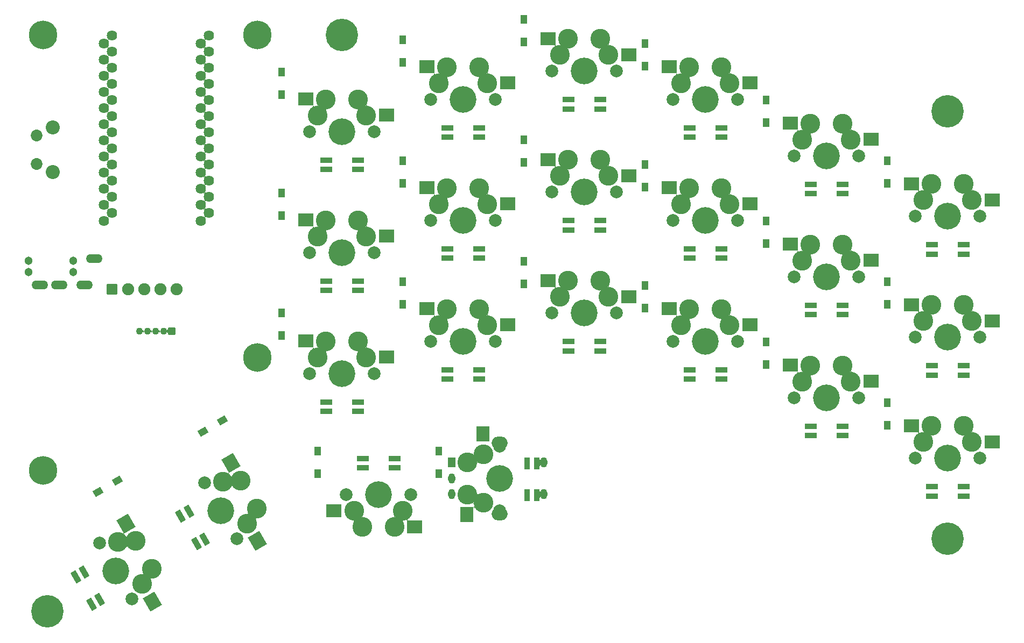
<source format=gts>
%TF.GenerationSoftware,KiCad,Pcbnew,(6.0.5-0)*%
%TF.CreationDate,2022-10-31T01:20:07+09:00*%
%TF.ProjectId,silverbullet44,73696c76-6572-4627-956c-6c657434342e,rev?*%
%TF.SameCoordinates,Original*%
%TF.FileFunction,Soldermask,Top*%
%TF.FilePolarity,Negative*%
%FSLAX46Y46*%
G04 Gerber Fmt 4.6, Leading zero omitted, Abs format (unit mm)*
G04 Created by KiCad (PCBNEW (6.0.5-0)) date 2022-10-31 01:20:07*
%MOMM*%
%LPD*%
G01*
G04 APERTURE LIST*
G04 Aperture macros list*
%AMRoundRect*
0 Rectangle with rounded corners*
0 $1 Rounding radius*
0 $2 $3 $4 $5 $6 $7 $8 $9 X,Y pos of 4 corners*
0 Add a 4 corners polygon primitive as box body*
4,1,4,$2,$3,$4,$5,$6,$7,$8,$9,$2,$3,0*
0 Add four circle primitives for the rounded corners*
1,1,$1+$1,$2,$3*
1,1,$1+$1,$4,$5*
1,1,$1+$1,$6,$7*
1,1,$1+$1,$8,$9*
0 Add four rect primitives between the rounded corners*
20,1,$1+$1,$2,$3,$4,$5,0*
20,1,$1+$1,$4,$5,$6,$7,0*
20,1,$1+$1,$6,$7,$8,$9,0*
20,1,$1+$1,$8,$9,$2,$3,0*%
G04 Aperture macros list end*
%ADD10C,1.302000*%
%ADD11O,2.602000X1.352000*%
%ADD12C,5.102000*%
%ADD13RoundRect,0.051000X-0.475000X0.650000X-0.475000X-0.650000X0.475000X-0.650000X0.475000X0.650000X0*%
%ADD14RoundRect,0.051000X0.325417X0.736362X-0.800417X0.086362X-0.325417X-0.736362X0.800417X-0.086362X0*%
%ADD15RoundRect,0.051000X-0.805070X0.574423X0.094930X-0.984423X0.805070X-0.574423X-0.094930X0.984423X0*%
%ADD16RoundRect,0.051000X-0.900000X-0.410000X0.900000X-0.410000X0.900000X0.410000X-0.900000X0.410000X0*%
%ADD17RoundRect,0.051000X-0.410000X0.900000X-0.410000X-0.900000X0.410000X-0.900000X0.410000X0.900000X0*%
%ADD18C,3.102000*%
%ADD19C,2.002000*%
%ADD20C,4.202000*%
%ADD21RoundRect,0.051000X1.150000X1.000000X-1.150000X1.000000X-1.150000X-1.000000X1.150000X-1.000000X0*%
%ADD22RoundRect,0.051000X1.441025X-0.495929X0.291025X1.495929X-1.441025X0.495929X-0.291025X-1.495929X0*%
%ADD23RoundRect,0.051000X-1.150000X-1.000000X1.150000X-1.000000X1.150000X1.000000X-1.150000X1.000000X0*%
%ADD24RoundRect,0.051000X-1.000000X1.150000X-1.000000X-1.150000X1.000000X-1.150000X1.000000X1.150000X0*%
%ADD25C,2.202000*%
%ADD26C,1.852000*%
%ADD27C,1.626000*%
%ADD28RoundRect,0.051000X0.762000X-0.762000X0.762000X0.762000X-0.762000X0.762000X-0.762000X-0.762000X0*%
%ADD29C,1.902000*%
%ADD30RoundRect,0.051000X0.500000X-0.500000X0.500000X0.500000X-0.500000X0.500000X-0.500000X-0.500000X0*%
%ADD31C,1.102000*%
%ADD32C,0.802000*%
%ADD33C,4.502000*%
%ADD34O,2.500000X2.000000*%
%ADD35RoundRect,0.051000X-0.500000X-0.750000X0.500000X-0.750000X0.500000X0.750000X-0.500000X0.750000X0*%
%ADD36O,1.102000X1.602000*%
G04 APERTURE END LIST*
D10*
X47847500Y-70358000D03*
X40847500Y-72108000D03*
X40847500Y-70358000D03*
X47847500Y-72108000D03*
D11*
X51147500Y-70008000D03*
X45647500Y-74208000D03*
X49647500Y-74208000D03*
X42647500Y-74208000D03*
D12*
X185397500Y-46863000D03*
D13*
X80622500Y-40643000D03*
X80622500Y-44193000D03*
X99672500Y-35563000D03*
X99672500Y-39113000D03*
X118722500Y-32388000D03*
X118722500Y-35938000D03*
X137772500Y-36198000D03*
X137772500Y-39748000D03*
X156822500Y-45088000D03*
X156822500Y-48638000D03*
X175872500Y-54613000D03*
X175872500Y-58163000D03*
X80622500Y-59693000D03*
X80622500Y-63243000D03*
X99672500Y-54613000D03*
X99672500Y-58163000D03*
X118722500Y-51308000D03*
X118722500Y-54858000D03*
X137772500Y-55248000D03*
X137772500Y-58798000D03*
X156822500Y-64138000D03*
X156822500Y-67688000D03*
X175872500Y-73663000D03*
X175872500Y-77213000D03*
X80622500Y-78613000D03*
X80622500Y-82163000D03*
X99672500Y-73663000D03*
X99672500Y-77213000D03*
X118722500Y-70488000D03*
X118722500Y-74038000D03*
X137772500Y-74298000D03*
X137772500Y-77848000D03*
X156822500Y-83188000D03*
X156822500Y-86738000D03*
X175872500Y-92713000D03*
X175872500Y-96263000D03*
D14*
X54854695Y-105030500D03*
X51780305Y-106805500D03*
X71364695Y-95505500D03*
X68290305Y-97280500D03*
D13*
X86337500Y-100333000D03*
X86337500Y-103883000D03*
X105387500Y-100333000D03*
X105387500Y-103883000D03*
D15*
X52064519Y-123710064D03*
X50765481Y-124460064D03*
X48265481Y-120129936D03*
X49564519Y-119379936D03*
D16*
X130770000Y-64020000D03*
X130770000Y-65520000D03*
X125770000Y-65520000D03*
X125770000Y-64020000D03*
D15*
X68552019Y-114185064D03*
X67252981Y-114935064D03*
X64752981Y-110604936D03*
X66052019Y-109854936D03*
D16*
X130747500Y-44970000D03*
X130747500Y-46470000D03*
X125747500Y-46470000D03*
X125747500Y-44970000D03*
X98385000Y-101485000D03*
X98385000Y-102985000D03*
X93385000Y-102985000D03*
X93385000Y-101485000D03*
X149820000Y-49415000D03*
X149820000Y-50915000D03*
X144820000Y-50915000D03*
X144820000Y-49415000D03*
X92670000Y-92595000D03*
X92670000Y-94095000D03*
X87670000Y-94095000D03*
X87670000Y-92595000D03*
X149820000Y-68465000D03*
X149820000Y-69965000D03*
X144820000Y-69965000D03*
X144820000Y-68465000D03*
X92670000Y-73545000D03*
X92670000Y-75045000D03*
X87670000Y-75045000D03*
X87670000Y-73545000D03*
X149797500Y-87515000D03*
X149797500Y-89015000D03*
X144797500Y-89015000D03*
X144797500Y-87515000D03*
X92670000Y-54495000D03*
X92670000Y-55995000D03*
X87670000Y-55995000D03*
X87670000Y-54495000D03*
X168870000Y-96405000D03*
X168870000Y-97905000D03*
X163870000Y-97905000D03*
X163870000Y-96405000D03*
X111720000Y-49415000D03*
X111720000Y-50915000D03*
X106720000Y-50915000D03*
X106720000Y-49415000D03*
X168847500Y-77355000D03*
X168847500Y-78855000D03*
X163847500Y-78855000D03*
X163847500Y-77355000D03*
X111720000Y-68465000D03*
X111720000Y-69965000D03*
X106720000Y-69965000D03*
X106720000Y-68465000D03*
X168847500Y-58305000D03*
X168847500Y-59805000D03*
X163847500Y-59805000D03*
X163847500Y-58305000D03*
X111720000Y-87515000D03*
X111720000Y-89015000D03*
X106720000Y-89015000D03*
X106720000Y-87515000D03*
X187920000Y-67830000D03*
X187920000Y-69330000D03*
X182920000Y-69330000D03*
X182920000Y-67830000D03*
D17*
X120742500Y-107275000D03*
X119242500Y-107275000D03*
X119242500Y-102275000D03*
X120742500Y-102275000D03*
D16*
X187897500Y-86880000D03*
X187897500Y-88380000D03*
X182897500Y-88380000D03*
X182897500Y-86880000D03*
X130747500Y-83070000D03*
X130747500Y-84570000D03*
X125747500Y-84570000D03*
X125747500Y-83070000D03*
X187920000Y-105930000D03*
X187920000Y-107430000D03*
X182920000Y-107430000D03*
X182920000Y-105930000D03*
D18*
X93957500Y-47497999D03*
D19*
X85067500Y-50038000D03*
D18*
X87607500Y-44958000D03*
X92687500Y-44958000D03*
D20*
X90147500Y-50038000D03*
D19*
X95227500Y-50038000D03*
D18*
X86337500Y-47498000D03*
D21*
X97147500Y-47458000D03*
X84447500Y-44918000D03*
D18*
X111737500Y-39878000D03*
X105387500Y-42418000D03*
D19*
X114277500Y-44958000D03*
D18*
X106657500Y-39878000D03*
D19*
X104117500Y-44958000D03*
D20*
X109197500Y-44958000D03*
D18*
X113007500Y-42417999D03*
D21*
X116197500Y-42378000D03*
X103497500Y-39838000D03*
D18*
X130787500Y-35433000D03*
D19*
X123167500Y-40513000D03*
D18*
X125707500Y-35433000D03*
X124437500Y-37973000D03*
X132057500Y-37972999D03*
D20*
X128247500Y-40513000D03*
D19*
X133327500Y-40513000D03*
D21*
X135247500Y-37933000D03*
X122547500Y-35393000D03*
D18*
X143487500Y-42418000D03*
D19*
X142217500Y-44958000D03*
D18*
X151107500Y-42417999D03*
D19*
X152377500Y-44958000D03*
D18*
X149837500Y-39878000D03*
D20*
X147297500Y-44958000D03*
D18*
X144757500Y-39878000D03*
D21*
X154297500Y-42378000D03*
X141597500Y-39838000D03*
D18*
X168887500Y-48768000D03*
X170157500Y-51307999D03*
D20*
X166347500Y-53848000D03*
D18*
X162537500Y-51308000D03*
D19*
X161267500Y-53848000D03*
X171427500Y-53848000D03*
D18*
X163807500Y-48768000D03*
D21*
X173347500Y-51268000D03*
X160647500Y-48728000D03*
D18*
X182857500Y-58293000D03*
D19*
X180317500Y-63373000D03*
D18*
X181587500Y-60833000D03*
X189207500Y-60832999D03*
X187937500Y-58293000D03*
D20*
X185397500Y-63373000D03*
D19*
X190477500Y-63373000D03*
D21*
X192397500Y-60793000D03*
X179697500Y-58253000D03*
D20*
X90147500Y-69088000D03*
D18*
X92687500Y-64008000D03*
D19*
X95227500Y-69088000D03*
X85067500Y-69088000D03*
D18*
X87607500Y-64008000D03*
X86337500Y-66548000D03*
X93957500Y-66547999D03*
D21*
X97147500Y-66508000D03*
X84447500Y-63968000D03*
D18*
X105387500Y-61468000D03*
X106657500Y-58928000D03*
D19*
X104117500Y-64008000D03*
D20*
X109197500Y-64008000D03*
D19*
X114277500Y-64008000D03*
D18*
X113007500Y-61467999D03*
X111737500Y-58928000D03*
D21*
X116197500Y-61428000D03*
X103497500Y-58888000D03*
D19*
X133327500Y-59563000D03*
X123167500Y-59563000D03*
D20*
X128247500Y-59563000D03*
D18*
X130787500Y-54483000D03*
X125707500Y-54483000D03*
X132057500Y-57022999D03*
X124437500Y-57023000D03*
D21*
X135247500Y-56983000D03*
X122547500Y-54443000D03*
D19*
X152377500Y-64008000D03*
D18*
X144757500Y-58928000D03*
D20*
X147297500Y-64008000D03*
D18*
X149837500Y-58928000D03*
X151107500Y-61467999D03*
X143487500Y-61468000D03*
D19*
X142217500Y-64008000D03*
D21*
X154297500Y-61428000D03*
X141597500Y-58888000D03*
D19*
X161267500Y-72898000D03*
D18*
X162537500Y-70358000D03*
D19*
X171427500Y-72898000D03*
D20*
X166347500Y-72898000D03*
D18*
X168887500Y-67818000D03*
X163807500Y-67818000D03*
X170157500Y-70357999D03*
D21*
X173347500Y-70318000D03*
X160647500Y-67778000D03*
D18*
X187937500Y-77343000D03*
D19*
X190477500Y-82423000D03*
D18*
X182857500Y-77343000D03*
X189207500Y-79882999D03*
X181587500Y-79883000D03*
D19*
X180317500Y-82423000D03*
D20*
X185397500Y-82423000D03*
D21*
X192397500Y-79843000D03*
X179697500Y-77303000D03*
D20*
X90147500Y-88138000D03*
D18*
X93957500Y-85597999D03*
D19*
X85067500Y-88138000D03*
D18*
X92687500Y-83058000D03*
X87607500Y-83058000D03*
X86337500Y-85598000D03*
D19*
X95227500Y-88138000D03*
D21*
X97147500Y-85558000D03*
X84447500Y-83018000D03*
D19*
X114277500Y-83058000D03*
D18*
X105387500Y-80518000D03*
X111737500Y-77978000D03*
D20*
X109197500Y-83058000D03*
D19*
X104117500Y-83058000D03*
D18*
X113007500Y-80517999D03*
X106657500Y-77978000D03*
D21*
X116197500Y-80478000D03*
X103497500Y-77938000D03*
D19*
X133327500Y-78613000D03*
D18*
X132057500Y-76072999D03*
X124437500Y-76073000D03*
D19*
X123167500Y-78613000D03*
D18*
X130787500Y-73533000D03*
X125707500Y-73533000D03*
D20*
X128247500Y-78613000D03*
D21*
X135247500Y-76033000D03*
X122547500Y-73493000D03*
D20*
X147297500Y-83058000D03*
D18*
X149837500Y-77978000D03*
X144757500Y-77978000D03*
X151107500Y-80517999D03*
D19*
X142217500Y-83058000D03*
X152377500Y-83058000D03*
D18*
X143487500Y-80518000D03*
D21*
X154297500Y-80478000D03*
X141597500Y-77938000D03*
D18*
X168887500Y-86868000D03*
X162537500Y-89408000D03*
X163807500Y-86868000D03*
D20*
X166347500Y-91948000D03*
D19*
X171427500Y-91948000D03*
D18*
X170157500Y-89407999D03*
D19*
X161267500Y-91948000D03*
D21*
X173347500Y-89368000D03*
X160647500Y-86828000D03*
D19*
X180317500Y-101473000D03*
D18*
X187937500Y-96393000D03*
D19*
X190477500Y-101473000D03*
D18*
X181587500Y-98933000D03*
X182857500Y-96393000D03*
D20*
X185397500Y-101473000D03*
D18*
X189207500Y-98932999D03*
D21*
X192397500Y-98893000D03*
X179697500Y-96353000D03*
D19*
X52047500Y-114853591D03*
D18*
X58692205Y-121282556D03*
D20*
X54587500Y-119253000D03*
D19*
X57127500Y-123652409D03*
D18*
X60256909Y-118912705D03*
X54882205Y-114683443D03*
X57716909Y-114513295D03*
D22*
X60321846Y-124025178D03*
X56171550Y-111756655D03*
D19*
X68557500Y-105328591D03*
D18*
X76766909Y-109387705D03*
D20*
X71097500Y-109728000D03*
D18*
X71392205Y-105158443D03*
X74226909Y-104988295D03*
D19*
X73637500Y-114127409D03*
D18*
X75202205Y-111757556D03*
D22*
X76831846Y-114500178D03*
X72681550Y-102231655D03*
D18*
X93322500Y-112268000D03*
D19*
X90782500Y-107188000D03*
D18*
X98402500Y-112268000D03*
D20*
X95862500Y-107188000D03*
D18*
X92052500Y-109728001D03*
D19*
X100942500Y-107188000D03*
D18*
X99672500Y-109728000D03*
D23*
X88862500Y-109768000D03*
X101562500Y-112308000D03*
D18*
X112372499Y-100838000D03*
D20*
X114912500Y-104648000D03*
D18*
X109832500Y-107188000D03*
D19*
X114912500Y-109728000D03*
D18*
X109832500Y-102108000D03*
D19*
X114912500Y-99568000D03*
D18*
X112372499Y-108458000D03*
D24*
X112332500Y-97648000D03*
X109792500Y-110348000D03*
D25*
X44631500Y-56368000D03*
X44631500Y-49358000D03*
D26*
X42141500Y-55118000D03*
X42141500Y-50618000D03*
D27*
X52682500Y-36195000D03*
X69228900Y-34925000D03*
X52682500Y-38735000D03*
X69228900Y-37465000D03*
X52682500Y-41275000D03*
X69228900Y-40005000D03*
X69228900Y-42545000D03*
X52682500Y-43815000D03*
X52682500Y-46355000D03*
X69228900Y-45085000D03*
X52682500Y-48895000D03*
X69228900Y-47625000D03*
X69228900Y-50165000D03*
X52682500Y-51435000D03*
X69228900Y-52705000D03*
X52682500Y-53975000D03*
X69228900Y-55245000D03*
X52682500Y-56515000D03*
X69228900Y-57785000D03*
X52682500Y-59055000D03*
X52682500Y-61595000D03*
X69228900Y-60325000D03*
X69228900Y-62865000D03*
X52682500Y-64135000D03*
X54008900Y-62865000D03*
X67922500Y-64135000D03*
X54008900Y-60325000D03*
X67922500Y-61595000D03*
X54008900Y-57785000D03*
X67922500Y-59055000D03*
X67922500Y-56515000D03*
X54008900Y-55245000D03*
X67922500Y-53975000D03*
X54008900Y-52705000D03*
X54008900Y-50165000D03*
X67922500Y-51435000D03*
X54008900Y-47625000D03*
X67922500Y-48895000D03*
X67922500Y-46355000D03*
X54008900Y-45085000D03*
X67922500Y-43815000D03*
X54008900Y-42545000D03*
X54008900Y-40005000D03*
X67922500Y-41275000D03*
X67922500Y-38735000D03*
X54008900Y-37465000D03*
X54008900Y-34925000D03*
X67922500Y-36195000D03*
D28*
X53967500Y-74843000D03*
D29*
X56507500Y-74843000D03*
X59047500Y-74843000D03*
X61587500Y-74843000D03*
X64127500Y-74843000D03*
D30*
X63365500Y-81447000D03*
D31*
X62095500Y-81447000D03*
X60825500Y-81447000D03*
X59555500Y-81447000D03*
X58285500Y-81447000D03*
D32*
X41990774Y-35964726D03*
X41507500Y-34798000D03*
X43157500Y-33148000D03*
X41990774Y-33631274D03*
X44324226Y-35964726D03*
X44807500Y-34798000D03*
D33*
X43157500Y-34798000D03*
D32*
X43157500Y-36448000D03*
X44324226Y-33631274D03*
D33*
X76812500Y-85598000D03*
D32*
X77979226Y-84431274D03*
X75162500Y-85598000D03*
X76812500Y-87248000D03*
X76812500Y-83948000D03*
X75645774Y-84431274D03*
X77979226Y-86764726D03*
X75645774Y-86764726D03*
X78462500Y-85598000D03*
D34*
X114912500Y-110248000D03*
X114912500Y-99048000D03*
D35*
X107412500Y-102148000D03*
D36*
X107412500Y-107148000D03*
X107412500Y-104648000D03*
X121912500Y-102148000D03*
X121912500Y-107148000D03*
D32*
X76812500Y-33148000D03*
X77979226Y-35964726D03*
X75645774Y-33631274D03*
X77979226Y-33631274D03*
X75162500Y-34798000D03*
X78462500Y-34798000D03*
X75645774Y-35964726D03*
D33*
X76812500Y-34798000D03*
D32*
X76812500Y-36448000D03*
D12*
X90147500Y-34798000D03*
X43792500Y-125603000D03*
X185397500Y-114173000D03*
D32*
X41507500Y-103378000D03*
X44324226Y-104544726D03*
X41990774Y-102211274D03*
X43157500Y-105028000D03*
D33*
X43157500Y-103378000D03*
D32*
X44324226Y-102211274D03*
X41990774Y-104544726D03*
X43157500Y-101728000D03*
X44807500Y-103378000D03*
G36*
X59988810Y-120436438D02*
G01*
X60014594Y-120442628D01*
X60213036Y-120458246D01*
X60214684Y-120459379D01*
X60214527Y-120461373D01*
X60213367Y-120462180D01*
X60151411Y-120477758D01*
X60104037Y-120528278D01*
X60091467Y-120596551D01*
X60099166Y-120628393D01*
X60132077Y-120713025D01*
X60131773Y-120715002D01*
X60129909Y-120715727D01*
X60128365Y-120714515D01*
X60072368Y-120579326D01*
X59986638Y-120439428D01*
X59986585Y-120437429D01*
X59988291Y-120436384D01*
X59988810Y-120436438D01*
G37*
G36*
X58814659Y-119466043D02*
G01*
X58876746Y-119615935D01*
X58962476Y-119755833D01*
X58962529Y-119757832D01*
X58960823Y-119758877D01*
X58960304Y-119758823D01*
X58934520Y-119752633D01*
X58738199Y-119737182D01*
X58736551Y-119736049D01*
X58736708Y-119734055D01*
X58737818Y-119733262D01*
X58800138Y-119715846D01*
X58846173Y-119664104D01*
X58856943Y-119595575D01*
X58843305Y-119553203D01*
X58838553Y-119544360D01*
X58838433Y-119544089D01*
X58810929Y-119467484D01*
X58811285Y-119465516D01*
X58813167Y-119464840D01*
X58814659Y-119466043D01*
G37*
G36*
X56336383Y-115215825D02*
G01*
X56336644Y-115216277D01*
X56336748Y-115216527D01*
X56450774Y-115402601D01*
X56450827Y-115404600D01*
X56449121Y-115405645D01*
X56447869Y-115405246D01*
X56398221Y-115367987D01*
X56329143Y-115362964D01*
X56268222Y-115396136D01*
X56253286Y-115417749D01*
X56251479Y-115418605D01*
X56250575Y-115418300D01*
X56189307Y-115513551D01*
X56187529Y-115514467D01*
X56185847Y-115513385D01*
X56185920Y-115511424D01*
X56262368Y-115386673D01*
X56332948Y-115216278D01*
X56334535Y-115215060D01*
X56336383Y-115215825D01*
G37*
G36*
X56354203Y-113779997D02*
G01*
X56354061Y-113781810D01*
X56336746Y-113810065D01*
X56266166Y-113980460D01*
X56264579Y-113981678D01*
X56262731Y-113980913D01*
X56262470Y-113980461D01*
X56262366Y-113980211D01*
X56148208Y-113793921D01*
X56148155Y-113791922D01*
X56149861Y-113790877D01*
X56151071Y-113791245D01*
X56206553Y-113830654D01*
X56275735Y-113833867D01*
X56335837Y-113799072D01*
X56350767Y-113779550D01*
X56352614Y-113778782D01*
X56354203Y-113779997D01*
G37*
G36*
X55754498Y-113132301D02*
G01*
X55837989Y-113276911D01*
X55850720Y-113291427D01*
X55867853Y-113299876D01*
X55886915Y-113301126D01*
X55905381Y-113294858D01*
X55907343Y-113295248D01*
X55907756Y-113295752D01*
X55909389Y-113298581D01*
X55909389Y-113300581D01*
X55908807Y-113301217D01*
X55867947Y-113329947D01*
X55841825Y-113394090D01*
X55854548Y-113462292D01*
X55879962Y-113496211D01*
X55918715Y-113532667D01*
X55919292Y-113534582D01*
X55917921Y-113536039D01*
X55916046Y-113535645D01*
X55792678Y-113430279D01*
X55598773Y-113311454D01*
X55597819Y-113309697D01*
X55598864Y-113307991D01*
X55600161Y-113307779D01*
X55658379Y-113317925D01*
X55722204Y-113291042D01*
X55761366Y-113233916D01*
X55763430Y-113164527D01*
X55750916Y-113134061D01*
X55751183Y-113132079D01*
X55753033Y-113131319D01*
X55754498Y-113132301D01*
G37*
G36*
X92052500Y-111276995D02*
G01*
X92139472Y-111270150D01*
X92141277Y-111271011D01*
X92141434Y-111273005D01*
X92141150Y-111273443D01*
X92069336Y-111357527D01*
X91983364Y-111497820D01*
X91981607Y-111498774D01*
X91979901Y-111497729D01*
X91979949Y-111495737D01*
X92002459Y-111458642D01*
X92020328Y-111391421D01*
X91999110Y-111325492D01*
X91945530Y-111281431D01*
X91902103Y-111271677D01*
X91876878Y-111270686D01*
X91876583Y-111270653D01*
X91845074Y-111264671D01*
X91843559Y-111263365D01*
X91843932Y-111261400D01*
X91845604Y-111260712D01*
X92052500Y-111276995D01*
G37*
G36*
X99824619Y-111266025D02*
G01*
X99824776Y-111268019D01*
X99823189Y-111269146D01*
X99814096Y-111270142D01*
X99749886Y-111296887D01*
X99710500Y-111353856D01*
X99708159Y-111423237D01*
X99720481Y-111453593D01*
X99737905Y-111484080D01*
X99737897Y-111486080D01*
X99736160Y-111487072D01*
X99734464Y-111486117D01*
X99655664Y-111357527D01*
X99583849Y-111273442D01*
X99583485Y-111271475D01*
X99585006Y-111270176D01*
X99585527Y-111270149D01*
X99672500Y-111276994D01*
X99822814Y-111265164D01*
X99824619Y-111266025D01*
G37*
G36*
X100519045Y-111023857D02*
G01*
X100518099Y-111025610D01*
X100515433Y-111027260D01*
X100468995Y-111079041D01*
X100457970Y-111147417D01*
X100485661Y-111210898D01*
X100543398Y-111249409D01*
X100580209Y-111255023D01*
X100581770Y-111256273D01*
X100581468Y-111258250D01*
X100579907Y-111259000D01*
X100412699Y-111259000D01*
X100393762Y-111262767D01*
X100377880Y-111273380D01*
X100367267Y-111289262D01*
X100363462Y-111308390D01*
X100362143Y-111309894D01*
X100361500Y-111310000D01*
X100357923Y-111310000D01*
X100356191Y-111309000D01*
X100355931Y-111308178D01*
X100351575Y-111259503D01*
X100309088Y-111204809D01*
X100243718Y-111181747D01*
X100188432Y-111191586D01*
X100178133Y-111196011D01*
X100177853Y-111196107D01*
X100166783Y-111199022D01*
X100164854Y-111198496D01*
X100164344Y-111196562D01*
X100165509Y-111195240D01*
X100375730Y-111108163D01*
X100516001Y-111022204D01*
X100518000Y-111022151D01*
X100519045Y-111023857D01*
G37*
G36*
X76498810Y-110911438D02*
G01*
X76524594Y-110917628D01*
X76723036Y-110933246D01*
X76724684Y-110934379D01*
X76724527Y-110936373D01*
X76723367Y-110937180D01*
X76661411Y-110952758D01*
X76614037Y-111003278D01*
X76601467Y-111071551D01*
X76609166Y-111103393D01*
X76642077Y-111188025D01*
X76641773Y-111190002D01*
X76639909Y-111190727D01*
X76638365Y-111189515D01*
X76582368Y-111054326D01*
X76496638Y-110914428D01*
X76496585Y-110912429D01*
X76498291Y-110911384D01*
X76498810Y-110911438D01*
G37*
G36*
X93424529Y-110450246D02*
G01*
X93424595Y-110452021D01*
X93417070Y-110468726D01*
X93416928Y-110468987D01*
X93375577Y-110533273D01*
X93355953Y-110600007D01*
X93375439Y-110666468D01*
X93427883Y-110711947D01*
X93459234Y-110721478D01*
X93510130Y-110729767D01*
X93511679Y-110731032D01*
X93511358Y-110733006D01*
X93509652Y-110733735D01*
X93322500Y-110719006D01*
X93235528Y-110725851D01*
X93233723Y-110724990D01*
X93233566Y-110722996D01*
X93233850Y-110722558D01*
X93305664Y-110638474D01*
X93421066Y-110450155D01*
X93422823Y-110449201D01*
X93424529Y-110450246D01*
G37*
G36*
X98331328Y-110494857D02*
G01*
X98419336Y-110638473D01*
X98491151Y-110722558D01*
X98491515Y-110724525D01*
X98489994Y-110725824D01*
X98489473Y-110725851D01*
X98402500Y-110719006D01*
X98234580Y-110732222D01*
X98232775Y-110731361D01*
X98232618Y-110729367D01*
X98234153Y-110728246D01*
X98261372Y-110724541D01*
X98324858Y-110696125D01*
X98362739Y-110638145D01*
X98363263Y-110568698D01*
X98353369Y-110544321D01*
X98327861Y-110496849D01*
X98327922Y-110494850D01*
X98329684Y-110493903D01*
X98331328Y-110494857D01*
G37*
G36*
X75324659Y-109941043D02*
G01*
X75386746Y-110090935D01*
X75472476Y-110230833D01*
X75472529Y-110232832D01*
X75470823Y-110233877D01*
X75470304Y-110233823D01*
X75444520Y-110227633D01*
X75248199Y-110212182D01*
X75246551Y-110211049D01*
X75246708Y-110209055D01*
X75247818Y-110208262D01*
X75310138Y-110190846D01*
X75356173Y-110139104D01*
X75366943Y-110070575D01*
X75353305Y-110028203D01*
X75348553Y-110019360D01*
X75348433Y-110019089D01*
X75320929Y-109942484D01*
X75321285Y-109940516D01*
X75323167Y-109939840D01*
X75324659Y-109941043D01*
G37*
G36*
X110920083Y-108986796D02*
G01*
X110992336Y-109161230D01*
X111093864Y-109326908D01*
X111093917Y-109328907D01*
X111092211Y-109329952D01*
X111090556Y-109329150D01*
X111067222Y-109297902D01*
X111011590Y-109256152D01*
X110942512Y-109251129D01*
X110881689Y-109284248D01*
X110848332Y-109345162D01*
X110845488Y-109371472D01*
X110844308Y-109373086D01*
X110842320Y-109372872D01*
X110841500Y-109371257D01*
X110841500Y-109198199D01*
X110837733Y-109179262D01*
X110827120Y-109163380D01*
X110811238Y-109152767D01*
X110792110Y-109148962D01*
X110790606Y-109147643D01*
X110790500Y-109147000D01*
X110790500Y-109144479D01*
X110791500Y-109142747D01*
X110792322Y-109142487D01*
X110844657Y-109137803D01*
X110899351Y-109095316D01*
X110922423Y-109029916D01*
X110916256Y-108987851D01*
X110916994Y-108985992D01*
X110918973Y-108985702D01*
X110920083Y-108986796D01*
G37*
G36*
X110830323Y-108370507D02*
G01*
X110830350Y-108371028D01*
X110823505Y-108458000D01*
X110840310Y-108671524D01*
X110839449Y-108673329D01*
X110837455Y-108673486D01*
X110836354Y-108672071D01*
X110831440Y-108647368D01*
X110831404Y-108647074D01*
X110829479Y-108606996D01*
X110806702Y-108541274D01*
X110752243Y-108498483D01*
X110683187Y-108491918D01*
X110641729Y-108508116D01*
X110549567Y-108565148D01*
X110549305Y-108565285D01*
X110545081Y-108567100D01*
X110543094Y-108566865D01*
X110542305Y-108565027D01*
X110543246Y-108563557D01*
X110742973Y-108441164D01*
X110827057Y-108369350D01*
X110829024Y-108368986D01*
X110830323Y-108370507D01*
G37*
G36*
X121205419Y-106561266D02*
G01*
X121225095Y-106628278D01*
X121277438Y-106673633D01*
X121345991Y-106683490D01*
X121409147Y-106654647D01*
X121429202Y-106632449D01*
X121457036Y-106592844D01*
X121458850Y-106592002D01*
X121460486Y-106593152D01*
X121460372Y-106595048D01*
X121410981Y-106674709D01*
X121369391Y-106817864D01*
X121363500Y-106898078D01*
X121363500Y-107397868D01*
X121383740Y-107545629D01*
X121434814Y-107663653D01*
X121434584Y-107665639D01*
X121432748Y-107666434D01*
X121431330Y-107665580D01*
X121430028Y-107663686D01*
X121376078Y-107619785D01*
X121307251Y-107612054D01*
X121245172Y-107642760D01*
X121209462Y-107702297D01*
X121205484Y-107733371D01*
X121204272Y-107734962D01*
X121202288Y-107734708D01*
X121201500Y-107733117D01*
X121201500Y-106561829D01*
X121202500Y-106560097D01*
X121204500Y-106560097D01*
X121205419Y-106561266D01*
G37*
G36*
X111367060Y-106953876D02*
G01*
X111368075Y-106958361D01*
X111368119Y-106958654D01*
X111374330Y-107042238D01*
X111398817Y-107107341D01*
X111454376Y-107148692D01*
X111523582Y-107153448D01*
X111564598Y-107136173D01*
X111619630Y-107100093D01*
X111619890Y-107099950D01*
X111642767Y-107089404D01*
X111644758Y-107089587D01*
X111645596Y-107091403D01*
X111644649Y-107092925D01*
X111462026Y-107204836D01*
X111377942Y-107276650D01*
X111375975Y-107277014D01*
X111374676Y-107275493D01*
X111374649Y-107274972D01*
X111381494Y-107188000D01*
X111363115Y-106954474D01*
X111363976Y-106952669D01*
X111365970Y-106952512D01*
X111367060Y-106953876D01*
G37*
G36*
X72846383Y-105690825D02*
G01*
X72846644Y-105691277D01*
X72846748Y-105691527D01*
X72960774Y-105877601D01*
X72960827Y-105879600D01*
X72959121Y-105880645D01*
X72957869Y-105880246D01*
X72908221Y-105842987D01*
X72839143Y-105837964D01*
X72778222Y-105871136D01*
X72763286Y-105892749D01*
X72761479Y-105893605D01*
X72760575Y-105893300D01*
X72699307Y-105988551D01*
X72697529Y-105989467D01*
X72695847Y-105988385D01*
X72695920Y-105986424D01*
X72772368Y-105861673D01*
X72842948Y-105691278D01*
X72844535Y-105690060D01*
X72846383Y-105690825D01*
G37*
G36*
X72864203Y-104254997D02*
G01*
X72864061Y-104256810D01*
X72846746Y-104285065D01*
X72776166Y-104455460D01*
X72774579Y-104456678D01*
X72772731Y-104455913D01*
X72772470Y-104455461D01*
X72772366Y-104455211D01*
X72658208Y-104268921D01*
X72658155Y-104266922D01*
X72659861Y-104265877D01*
X72661071Y-104266245D01*
X72716553Y-104305654D01*
X72785735Y-104308867D01*
X72845837Y-104274072D01*
X72860767Y-104254550D01*
X72862614Y-104253782D01*
X72864203Y-104254997D01*
G37*
G36*
X72264498Y-103607301D02*
G01*
X72347989Y-103751911D01*
X72360720Y-103766427D01*
X72377853Y-103774876D01*
X72396915Y-103776126D01*
X72415381Y-103769858D01*
X72417343Y-103770248D01*
X72417756Y-103770752D01*
X72419389Y-103773581D01*
X72419389Y-103775581D01*
X72418807Y-103776217D01*
X72377947Y-103804947D01*
X72351825Y-103869090D01*
X72364548Y-103937292D01*
X72389962Y-103971211D01*
X72428715Y-104007667D01*
X72429292Y-104009582D01*
X72427921Y-104011039D01*
X72426046Y-104010645D01*
X72302678Y-103905279D01*
X72108773Y-103786454D01*
X72107819Y-103784697D01*
X72108864Y-103782991D01*
X72110161Y-103782779D01*
X72168379Y-103792925D01*
X72232204Y-103766042D01*
X72271366Y-103708916D01*
X72273430Y-103639527D01*
X72260916Y-103609061D01*
X72261183Y-103607079D01*
X72263033Y-103606319D01*
X72264498Y-103607301D01*
G37*
G36*
X121205419Y-101561266D02*
G01*
X121225095Y-101628278D01*
X121277438Y-101673633D01*
X121345991Y-101683490D01*
X121409147Y-101654647D01*
X121429202Y-101632449D01*
X121457036Y-101592844D01*
X121458850Y-101592002D01*
X121460486Y-101593152D01*
X121460372Y-101595048D01*
X121410981Y-101674709D01*
X121369391Y-101817864D01*
X121363500Y-101898078D01*
X121363500Y-102397868D01*
X121383740Y-102545629D01*
X121434814Y-102663653D01*
X121434584Y-102665639D01*
X121432748Y-102666434D01*
X121431330Y-102665580D01*
X121430028Y-102663686D01*
X121376078Y-102619785D01*
X121307251Y-102612054D01*
X121245172Y-102642760D01*
X121209462Y-102702297D01*
X121205484Y-102733371D01*
X121204272Y-102734962D01*
X121202288Y-102734708D01*
X121201500Y-102733117D01*
X121201500Y-101561829D01*
X121202500Y-101560097D01*
X121204500Y-101560097D01*
X121205419Y-101561266D01*
G37*
G36*
X111377942Y-102019350D02*
G01*
X111462026Y-102091164D01*
X111611058Y-102182491D01*
X111612012Y-102184248D01*
X111610967Y-102185954D01*
X111609082Y-102185966D01*
X111554773Y-102157393D01*
X111486583Y-102143660D01*
X111422073Y-102168865D01*
X111381320Y-102225097D01*
X111375218Y-102250692D01*
X111372743Y-102270145D01*
X111371532Y-102271737D01*
X111369548Y-102271485D01*
X111368765Y-102269736D01*
X111381494Y-102108000D01*
X111374649Y-102021028D01*
X111375510Y-102019223D01*
X111377504Y-102019066D01*
X111377942Y-102019350D01*
G37*
G36*
X110834158Y-100690361D02*
G01*
X110834984Y-100692141D01*
X110823505Y-100838000D01*
X110830350Y-100924972D01*
X110829489Y-100926777D01*
X110827495Y-100926934D01*
X110827057Y-100926650D01*
X110742973Y-100854836D01*
X110577294Y-100753308D01*
X110576340Y-100751551D01*
X110577385Y-100749845D01*
X110579224Y-100749809D01*
X110620401Y-100770115D01*
X110620656Y-100770266D01*
X110638073Y-100782348D01*
X110704079Y-100804290D01*
X110771182Y-100787135D01*
X110818430Y-100736348D01*
X110830818Y-100693593D01*
X110831000Y-100691784D01*
X110832168Y-100690161D01*
X110834158Y-100690361D01*
G37*
G36*
X187937500Y-97941994D02*
G01*
X188024472Y-97935149D01*
X188026277Y-97936010D01*
X188026434Y-97938004D01*
X188026150Y-97938442D01*
X187954336Y-98022526D01*
X187868364Y-98162819D01*
X187866607Y-98163773D01*
X187864901Y-98162728D01*
X187864949Y-98160736D01*
X187887459Y-98123641D01*
X187905328Y-98056420D01*
X187884110Y-97990491D01*
X187830530Y-97946430D01*
X187787103Y-97936676D01*
X187761878Y-97935685D01*
X187761583Y-97935652D01*
X187730074Y-97929670D01*
X187728559Y-97928364D01*
X187728932Y-97926399D01*
X187730604Y-97925711D01*
X187937500Y-97941994D01*
G37*
G36*
X183009619Y-97931025D02*
G01*
X183009776Y-97933019D01*
X183008189Y-97934146D01*
X182999096Y-97935142D01*
X182934886Y-97961887D01*
X182895500Y-98018856D01*
X182893159Y-98088237D01*
X182905481Y-98118593D01*
X182922905Y-98149080D01*
X182922897Y-98151080D01*
X182921160Y-98152072D01*
X182919464Y-98151117D01*
X182840664Y-98022527D01*
X182768849Y-97938442D01*
X182768485Y-97936475D01*
X182770006Y-97935176D01*
X182770527Y-97935149D01*
X182857500Y-97941994D01*
X183007814Y-97930164D01*
X183009619Y-97931025D01*
G37*
G36*
X180903759Y-97352000D02*
G01*
X180904019Y-97352822D01*
X180908397Y-97401678D01*
X180950890Y-97456367D01*
X181016322Y-97479443D01*
X181057353Y-97474699D01*
X181074687Y-97469647D01*
X181076630Y-97470122D01*
X181077190Y-97472042D01*
X181076012Y-97473415D01*
X180884270Y-97552837D01*
X180750608Y-97634746D01*
X180748609Y-97634799D01*
X180747564Y-97633093D01*
X180748040Y-97631745D01*
X180792876Y-97579037D01*
X180802107Y-97510397D01*
X180772762Y-97447662D01*
X180714028Y-97410668D01*
X180680339Y-97405981D01*
X180678762Y-97404752D01*
X180679037Y-97402771D01*
X180680615Y-97402000D01*
X180847301Y-97402000D01*
X180866238Y-97398233D01*
X180882120Y-97387620D01*
X180892733Y-97371738D01*
X180896538Y-97352610D01*
X180897857Y-97351106D01*
X180898500Y-97351000D01*
X180902027Y-97351000D01*
X180903759Y-97352000D01*
G37*
G36*
X189309529Y-97115245D02*
G01*
X189309595Y-97117020D01*
X189302070Y-97133725D01*
X189301928Y-97133986D01*
X189260577Y-97198272D01*
X189240953Y-97265006D01*
X189260439Y-97331467D01*
X189312883Y-97376946D01*
X189344234Y-97386477D01*
X189395130Y-97394766D01*
X189396679Y-97396031D01*
X189396358Y-97398005D01*
X189394652Y-97398734D01*
X189207500Y-97384005D01*
X189120528Y-97390850D01*
X189118723Y-97389989D01*
X189118566Y-97387995D01*
X189118850Y-97387557D01*
X189190664Y-97303473D01*
X189306066Y-97115154D01*
X189307823Y-97114200D01*
X189309529Y-97115245D01*
G37*
G36*
X181516328Y-97159857D02*
G01*
X181604336Y-97303473D01*
X181676151Y-97387558D01*
X181676515Y-97389525D01*
X181674994Y-97390824D01*
X181674473Y-97390851D01*
X181587500Y-97384006D01*
X181419580Y-97397222D01*
X181417775Y-97396361D01*
X181417618Y-97394367D01*
X181419153Y-97393246D01*
X181446372Y-97389541D01*
X181509858Y-97361125D01*
X181547739Y-97303145D01*
X181548263Y-97233698D01*
X181538369Y-97209321D01*
X181512861Y-97161849D01*
X181512922Y-97159850D01*
X181514684Y-97158903D01*
X181516328Y-97159857D01*
G37*
G36*
X168887500Y-88416994D02*
G01*
X168974472Y-88410149D01*
X168976277Y-88411010D01*
X168976434Y-88413004D01*
X168976150Y-88413442D01*
X168904336Y-88497526D01*
X168818364Y-88637819D01*
X168816607Y-88638773D01*
X168814901Y-88637728D01*
X168814949Y-88635736D01*
X168837459Y-88598641D01*
X168855328Y-88531420D01*
X168834110Y-88465491D01*
X168780530Y-88421430D01*
X168737103Y-88411676D01*
X168711878Y-88410685D01*
X168711583Y-88410652D01*
X168680074Y-88404670D01*
X168678559Y-88403364D01*
X168678932Y-88401399D01*
X168680604Y-88400711D01*
X168887500Y-88416994D01*
G37*
G36*
X163959619Y-88406025D02*
G01*
X163959776Y-88408019D01*
X163958189Y-88409146D01*
X163949096Y-88410142D01*
X163884886Y-88436887D01*
X163845500Y-88493856D01*
X163843159Y-88563237D01*
X163855481Y-88593593D01*
X163872905Y-88624080D01*
X163872897Y-88626080D01*
X163871160Y-88627072D01*
X163869464Y-88626117D01*
X163790664Y-88497527D01*
X163718849Y-88413442D01*
X163718485Y-88411475D01*
X163720006Y-88410176D01*
X163720527Y-88410149D01*
X163807500Y-88416994D01*
X163957814Y-88405164D01*
X163959619Y-88406025D01*
G37*
G36*
X161853759Y-87827000D02*
G01*
X161854019Y-87827822D01*
X161858397Y-87876678D01*
X161900890Y-87931367D01*
X161966322Y-87954443D01*
X162007353Y-87949699D01*
X162024687Y-87944647D01*
X162026630Y-87945122D01*
X162027190Y-87947042D01*
X162026012Y-87948415D01*
X161834270Y-88027837D01*
X161700608Y-88109746D01*
X161698609Y-88109799D01*
X161697564Y-88108093D01*
X161698040Y-88106745D01*
X161742876Y-88054037D01*
X161752107Y-87985397D01*
X161722762Y-87922662D01*
X161664028Y-87885668D01*
X161630339Y-87880981D01*
X161628762Y-87879752D01*
X161629037Y-87877771D01*
X161630615Y-87877000D01*
X161797301Y-87877000D01*
X161816238Y-87873233D01*
X161832120Y-87862620D01*
X161842733Y-87846738D01*
X161846538Y-87827610D01*
X161847857Y-87826106D01*
X161848500Y-87826000D01*
X161852027Y-87826000D01*
X161853759Y-87827000D01*
G37*
G36*
X170259529Y-87590245D02*
G01*
X170259595Y-87592020D01*
X170252070Y-87608725D01*
X170251928Y-87608986D01*
X170210577Y-87673272D01*
X170190953Y-87740006D01*
X170210439Y-87806467D01*
X170262883Y-87851946D01*
X170294234Y-87861477D01*
X170345130Y-87869766D01*
X170346679Y-87871031D01*
X170346358Y-87873005D01*
X170344652Y-87873734D01*
X170157500Y-87859005D01*
X170070528Y-87865850D01*
X170068723Y-87864989D01*
X170068566Y-87862995D01*
X170068850Y-87862557D01*
X170140664Y-87778473D01*
X170256066Y-87590154D01*
X170257823Y-87589200D01*
X170259529Y-87590245D01*
G37*
G36*
X162466328Y-87634857D02*
G01*
X162554336Y-87778473D01*
X162626151Y-87862558D01*
X162626515Y-87864525D01*
X162624994Y-87865824D01*
X162624473Y-87865851D01*
X162537500Y-87859006D01*
X162369580Y-87872222D01*
X162367775Y-87871361D01*
X162367618Y-87869367D01*
X162369153Y-87868246D01*
X162396372Y-87864541D01*
X162459858Y-87836125D01*
X162497739Y-87778145D01*
X162498263Y-87708698D01*
X162488369Y-87684321D01*
X162462861Y-87636849D01*
X162462922Y-87634850D01*
X162464684Y-87633903D01*
X162466328Y-87634857D01*
G37*
G36*
X92687500Y-84606994D02*
G01*
X92774472Y-84600149D01*
X92776277Y-84601010D01*
X92776434Y-84603004D01*
X92776150Y-84603442D01*
X92704336Y-84687526D01*
X92618364Y-84827819D01*
X92616607Y-84828773D01*
X92614901Y-84827728D01*
X92614949Y-84825736D01*
X92637459Y-84788641D01*
X92655328Y-84721420D01*
X92634110Y-84655491D01*
X92580530Y-84611430D01*
X92537103Y-84601676D01*
X92511878Y-84600685D01*
X92511583Y-84600652D01*
X92480074Y-84594670D01*
X92478559Y-84593364D01*
X92478932Y-84591399D01*
X92480604Y-84590711D01*
X92687500Y-84606994D01*
G37*
G36*
X87759619Y-84596025D02*
G01*
X87759776Y-84598019D01*
X87758189Y-84599146D01*
X87749096Y-84600142D01*
X87684886Y-84626887D01*
X87645500Y-84683856D01*
X87643159Y-84753237D01*
X87655481Y-84783593D01*
X87672905Y-84814080D01*
X87672897Y-84816080D01*
X87671160Y-84817072D01*
X87669464Y-84816117D01*
X87590664Y-84687527D01*
X87518849Y-84603442D01*
X87518485Y-84601475D01*
X87520006Y-84600176D01*
X87520527Y-84600149D01*
X87607500Y-84606994D01*
X87757814Y-84595164D01*
X87759619Y-84596025D01*
G37*
G36*
X85653759Y-84017000D02*
G01*
X85654019Y-84017822D01*
X85658397Y-84066678D01*
X85700890Y-84121367D01*
X85766322Y-84144443D01*
X85807353Y-84139699D01*
X85824687Y-84134647D01*
X85826630Y-84135122D01*
X85827190Y-84137042D01*
X85826012Y-84138415D01*
X85634270Y-84217837D01*
X85500608Y-84299746D01*
X85498609Y-84299799D01*
X85497564Y-84298093D01*
X85498040Y-84296745D01*
X85542876Y-84244037D01*
X85552107Y-84175397D01*
X85522762Y-84112662D01*
X85464028Y-84075668D01*
X85430339Y-84070981D01*
X85428762Y-84069752D01*
X85429037Y-84067771D01*
X85430615Y-84067000D01*
X85597301Y-84067000D01*
X85616238Y-84063233D01*
X85632120Y-84052620D01*
X85642733Y-84036738D01*
X85646538Y-84017610D01*
X85647857Y-84016106D01*
X85648500Y-84016000D01*
X85652027Y-84016000D01*
X85653759Y-84017000D01*
G37*
G36*
X94059529Y-83780245D02*
G01*
X94059595Y-83782020D01*
X94052070Y-83798725D01*
X94051928Y-83798986D01*
X94010577Y-83863272D01*
X93990953Y-83930006D01*
X94010439Y-83996467D01*
X94062883Y-84041946D01*
X94094234Y-84051477D01*
X94145130Y-84059766D01*
X94146679Y-84061031D01*
X94146358Y-84063005D01*
X94144652Y-84063734D01*
X93957500Y-84049005D01*
X93870528Y-84055850D01*
X93868723Y-84054989D01*
X93868566Y-84052995D01*
X93868850Y-84052557D01*
X93940664Y-83968473D01*
X94056066Y-83780154D01*
X94057823Y-83779200D01*
X94059529Y-83780245D01*
G37*
G36*
X86266328Y-83824857D02*
G01*
X86354336Y-83968473D01*
X86426151Y-84052558D01*
X86426515Y-84054525D01*
X86424994Y-84055824D01*
X86424473Y-84055851D01*
X86337500Y-84049006D01*
X86169580Y-84062222D01*
X86167775Y-84061361D01*
X86167618Y-84059367D01*
X86169153Y-84058246D01*
X86196372Y-84054541D01*
X86259858Y-84026125D01*
X86297739Y-83968145D01*
X86298263Y-83898698D01*
X86288369Y-83874321D01*
X86262861Y-83826849D01*
X86262922Y-83824850D01*
X86264684Y-83823903D01*
X86266328Y-83824857D01*
G37*
G36*
X62815712Y-81124842D02*
G01*
X62816500Y-81126433D01*
X62816500Y-81768633D01*
X62815500Y-81770365D01*
X62813500Y-81770365D01*
X62812581Y-81769196D01*
X62792905Y-81702184D01*
X62740562Y-81656829D01*
X62672009Y-81646972D01*
X62608962Y-81675765D01*
X62590014Y-81702331D01*
X62588194Y-81703161D01*
X62587219Y-81702794D01*
X62586829Y-81702514D01*
X62577944Y-81714878D01*
X62576121Y-81715701D01*
X62574497Y-81714534D01*
X62574472Y-81712946D01*
X62625776Y-81589087D01*
X62644483Y-81447000D01*
X62625776Y-81304913D01*
X62576717Y-81186473D01*
X62576978Y-81184490D01*
X62578826Y-81183725D01*
X62580213Y-81184575D01*
X62587972Y-81195864D01*
X62641922Y-81239765D01*
X62710749Y-81247496D01*
X62772828Y-81216790D01*
X62808538Y-81157253D01*
X62812516Y-81126179D01*
X62813728Y-81124588D01*
X62815712Y-81124842D01*
G37*
G36*
X61347626Y-81274952D02*
G01*
X61387129Y-81327254D01*
X61452126Y-81351179D01*
X61519736Y-81336167D01*
X61568469Y-81287016D01*
X61570398Y-81286490D01*
X61571819Y-81287898D01*
X61571737Y-81289189D01*
X61565224Y-81304913D01*
X61546517Y-81447000D01*
X61565224Y-81589087D01*
X61577186Y-81617967D01*
X61576925Y-81619950D01*
X61575077Y-81620715D01*
X61573730Y-81619921D01*
X61535162Y-81567731D01*
X61470421Y-81543125D01*
X61402656Y-81557428D01*
X61353213Y-81606262D01*
X61351480Y-81609906D01*
X61349833Y-81611041D01*
X61348027Y-81610182D01*
X61347826Y-81608282D01*
X61355776Y-81589087D01*
X61374483Y-81447000D01*
X61355776Y-81304913D01*
X61344182Y-81276922D01*
X61344443Y-81274939D01*
X61346291Y-81274174D01*
X61347626Y-81274952D01*
G37*
G36*
X60077626Y-81274952D02*
G01*
X60117129Y-81327254D01*
X60182126Y-81351179D01*
X60249736Y-81336167D01*
X60298469Y-81287016D01*
X60300398Y-81286490D01*
X60301819Y-81287898D01*
X60301737Y-81289189D01*
X60295224Y-81304913D01*
X60276517Y-81447000D01*
X60295224Y-81589087D01*
X60307186Y-81617967D01*
X60306925Y-81619950D01*
X60305077Y-81620715D01*
X60303730Y-81619921D01*
X60265162Y-81567731D01*
X60200421Y-81543125D01*
X60132656Y-81557428D01*
X60083213Y-81606262D01*
X60081480Y-81609906D01*
X60079833Y-81611041D01*
X60078027Y-81610182D01*
X60077826Y-81608282D01*
X60085776Y-81589087D01*
X60104483Y-81447000D01*
X60085776Y-81304913D01*
X60074182Y-81276922D01*
X60074443Y-81274939D01*
X60076291Y-81274174D01*
X60077626Y-81274952D01*
G37*
G36*
X58807626Y-81274952D02*
G01*
X58847129Y-81327254D01*
X58912126Y-81351179D01*
X58979736Y-81336167D01*
X59028469Y-81287016D01*
X59030398Y-81286490D01*
X59031819Y-81287898D01*
X59031737Y-81289189D01*
X59025224Y-81304913D01*
X59006517Y-81447000D01*
X59025224Y-81589087D01*
X59037186Y-81617967D01*
X59036925Y-81619950D01*
X59035077Y-81620715D01*
X59033730Y-81619921D01*
X58995162Y-81567731D01*
X58930421Y-81543125D01*
X58862656Y-81557428D01*
X58813213Y-81606262D01*
X58811480Y-81609906D01*
X58809833Y-81611041D01*
X58808027Y-81610182D01*
X58807826Y-81608282D01*
X58815776Y-81589087D01*
X58834483Y-81447000D01*
X58815776Y-81304913D01*
X58804182Y-81276922D01*
X58804443Y-81274939D01*
X58806291Y-81274174D01*
X58807626Y-81274952D01*
G37*
G36*
X111737500Y-79526994D02*
G01*
X111824472Y-79520149D01*
X111826277Y-79521010D01*
X111826434Y-79523004D01*
X111826150Y-79523442D01*
X111754336Y-79607526D01*
X111668364Y-79747819D01*
X111666607Y-79748773D01*
X111664901Y-79747728D01*
X111664949Y-79745736D01*
X111687459Y-79708641D01*
X111705328Y-79641420D01*
X111684110Y-79575491D01*
X111630530Y-79531430D01*
X111587103Y-79521676D01*
X111561878Y-79520685D01*
X111561583Y-79520652D01*
X111530074Y-79514670D01*
X111528559Y-79513364D01*
X111528932Y-79511399D01*
X111530604Y-79510711D01*
X111737500Y-79526994D01*
G37*
G36*
X149837500Y-79526994D02*
G01*
X149924472Y-79520149D01*
X149926277Y-79521010D01*
X149926434Y-79523004D01*
X149926150Y-79523442D01*
X149854336Y-79607526D01*
X149768364Y-79747819D01*
X149766607Y-79748773D01*
X149764901Y-79747728D01*
X149764949Y-79745736D01*
X149787459Y-79708641D01*
X149805328Y-79641420D01*
X149784110Y-79575491D01*
X149730530Y-79531430D01*
X149687103Y-79521676D01*
X149661878Y-79520685D01*
X149661583Y-79520652D01*
X149630074Y-79514670D01*
X149628559Y-79513364D01*
X149628932Y-79511399D01*
X149630604Y-79510711D01*
X149837500Y-79526994D01*
G37*
G36*
X144909619Y-79516025D02*
G01*
X144909776Y-79518019D01*
X144908189Y-79519146D01*
X144899096Y-79520142D01*
X144834886Y-79546887D01*
X144795500Y-79603856D01*
X144793159Y-79673237D01*
X144805481Y-79703593D01*
X144822905Y-79734080D01*
X144822897Y-79736080D01*
X144821160Y-79737072D01*
X144819464Y-79736117D01*
X144740664Y-79607527D01*
X144668849Y-79523442D01*
X144668485Y-79521475D01*
X144670006Y-79520176D01*
X144670527Y-79520149D01*
X144757500Y-79526994D01*
X144907814Y-79515164D01*
X144909619Y-79516025D01*
G37*
G36*
X106809619Y-79516025D02*
G01*
X106809776Y-79518019D01*
X106808189Y-79519146D01*
X106799096Y-79520142D01*
X106734886Y-79546887D01*
X106695500Y-79603856D01*
X106693159Y-79673237D01*
X106705481Y-79703593D01*
X106722905Y-79734080D01*
X106722897Y-79736080D01*
X106721160Y-79737072D01*
X106719464Y-79736117D01*
X106640664Y-79607527D01*
X106568849Y-79523442D01*
X106568485Y-79521475D01*
X106570006Y-79520176D01*
X106570527Y-79520149D01*
X106657500Y-79526994D01*
X106807814Y-79515164D01*
X106809619Y-79516025D01*
G37*
G36*
X104703759Y-78937000D02*
G01*
X104704019Y-78937822D01*
X104708397Y-78986678D01*
X104750890Y-79041367D01*
X104816322Y-79064443D01*
X104857353Y-79059699D01*
X104874687Y-79054647D01*
X104876630Y-79055122D01*
X104877190Y-79057042D01*
X104876012Y-79058415D01*
X104684270Y-79137837D01*
X104550608Y-79219746D01*
X104548609Y-79219799D01*
X104547564Y-79218093D01*
X104548040Y-79216745D01*
X104592876Y-79164037D01*
X104602107Y-79095397D01*
X104572762Y-79032662D01*
X104514028Y-78995668D01*
X104480339Y-78990981D01*
X104478762Y-78989752D01*
X104479037Y-78987771D01*
X104480615Y-78987000D01*
X104647301Y-78987000D01*
X104666238Y-78983233D01*
X104682120Y-78972620D01*
X104692733Y-78956738D01*
X104696538Y-78937610D01*
X104697857Y-78936106D01*
X104698500Y-78936000D01*
X104702027Y-78936000D01*
X104703759Y-78937000D01*
G37*
G36*
X142803759Y-78937000D02*
G01*
X142804019Y-78937822D01*
X142808397Y-78986678D01*
X142850890Y-79041367D01*
X142916322Y-79064443D01*
X142957353Y-79059699D01*
X142974687Y-79054647D01*
X142976630Y-79055122D01*
X142977190Y-79057042D01*
X142976012Y-79058415D01*
X142784270Y-79137837D01*
X142650608Y-79219746D01*
X142648609Y-79219799D01*
X142647564Y-79218093D01*
X142648040Y-79216745D01*
X142692876Y-79164037D01*
X142702107Y-79095397D01*
X142672762Y-79032662D01*
X142614028Y-78995668D01*
X142580339Y-78990981D01*
X142578762Y-78989752D01*
X142579037Y-78987771D01*
X142580615Y-78987000D01*
X142747301Y-78987000D01*
X142766238Y-78983233D01*
X142782120Y-78972620D01*
X142792733Y-78956738D01*
X142796538Y-78937610D01*
X142797857Y-78936106D01*
X142798500Y-78936000D01*
X142802027Y-78936000D01*
X142803759Y-78937000D01*
G37*
G36*
X187937500Y-78891994D02*
G01*
X188024472Y-78885149D01*
X188026277Y-78886010D01*
X188026434Y-78888004D01*
X188026150Y-78888442D01*
X187954336Y-78972526D01*
X187868364Y-79112819D01*
X187866607Y-79113773D01*
X187864901Y-79112728D01*
X187864949Y-79110736D01*
X187887459Y-79073641D01*
X187905328Y-79006420D01*
X187884110Y-78940491D01*
X187830530Y-78896430D01*
X187787103Y-78886676D01*
X187761878Y-78885685D01*
X187761583Y-78885652D01*
X187730074Y-78879670D01*
X187728559Y-78878364D01*
X187728932Y-78876399D01*
X187730604Y-78875711D01*
X187937500Y-78891994D01*
G37*
G36*
X183009619Y-78881025D02*
G01*
X183009776Y-78883019D01*
X183008189Y-78884146D01*
X182999096Y-78885142D01*
X182934886Y-78911887D01*
X182895500Y-78968856D01*
X182893159Y-79038237D01*
X182905481Y-79068593D01*
X182922905Y-79099080D01*
X182922897Y-79101080D01*
X182921160Y-79102072D01*
X182919464Y-79101117D01*
X182840664Y-78972527D01*
X182768849Y-78888442D01*
X182768485Y-78886475D01*
X182770006Y-78885176D01*
X182770527Y-78885149D01*
X182857500Y-78891994D01*
X183007814Y-78880164D01*
X183009619Y-78881025D01*
G37*
G36*
X113109529Y-78700245D02*
G01*
X113109595Y-78702020D01*
X113102070Y-78718725D01*
X113101928Y-78718986D01*
X113060577Y-78783272D01*
X113040953Y-78850006D01*
X113060439Y-78916467D01*
X113112883Y-78961946D01*
X113144234Y-78971477D01*
X113195130Y-78979766D01*
X113196679Y-78981031D01*
X113196358Y-78983005D01*
X113194652Y-78983734D01*
X113007500Y-78969005D01*
X112920528Y-78975850D01*
X112918723Y-78974989D01*
X112918566Y-78972995D01*
X112918850Y-78972557D01*
X112990664Y-78888473D01*
X113106066Y-78700154D01*
X113107823Y-78699200D01*
X113109529Y-78700245D01*
G37*
G36*
X151209529Y-78700245D02*
G01*
X151209595Y-78702020D01*
X151202070Y-78718725D01*
X151201928Y-78718986D01*
X151160577Y-78783272D01*
X151140953Y-78850006D01*
X151160439Y-78916467D01*
X151212883Y-78961946D01*
X151244234Y-78971477D01*
X151295130Y-78979766D01*
X151296679Y-78981031D01*
X151296358Y-78983005D01*
X151294652Y-78983734D01*
X151107500Y-78969005D01*
X151020528Y-78975850D01*
X151018723Y-78974989D01*
X151018566Y-78972995D01*
X151018850Y-78972557D01*
X151090664Y-78888473D01*
X151206066Y-78700154D01*
X151207823Y-78699200D01*
X151209529Y-78700245D01*
G37*
G36*
X105316328Y-78744857D02*
G01*
X105404336Y-78888473D01*
X105476151Y-78972558D01*
X105476515Y-78974525D01*
X105474994Y-78975824D01*
X105474473Y-78975851D01*
X105387500Y-78969006D01*
X105219580Y-78982222D01*
X105217775Y-78981361D01*
X105217618Y-78979367D01*
X105219153Y-78978246D01*
X105246372Y-78974541D01*
X105309858Y-78946125D01*
X105347739Y-78888145D01*
X105348263Y-78818698D01*
X105338369Y-78794321D01*
X105312861Y-78746849D01*
X105312922Y-78744850D01*
X105314684Y-78743903D01*
X105316328Y-78744857D01*
G37*
G36*
X143416328Y-78744857D02*
G01*
X143504336Y-78888473D01*
X143576151Y-78972558D01*
X143576515Y-78974525D01*
X143574994Y-78975824D01*
X143574473Y-78975851D01*
X143487500Y-78969006D01*
X143319580Y-78982222D01*
X143317775Y-78981361D01*
X143317618Y-78979367D01*
X143319153Y-78978246D01*
X143346372Y-78974541D01*
X143409858Y-78946125D01*
X143447739Y-78888145D01*
X143448263Y-78818698D01*
X143438369Y-78794321D01*
X143412861Y-78746849D01*
X143412922Y-78744850D01*
X143414684Y-78743903D01*
X143416328Y-78744857D01*
G37*
G36*
X180903759Y-78302000D02*
G01*
X180904019Y-78302822D01*
X180908397Y-78351678D01*
X180950890Y-78406367D01*
X181016322Y-78429443D01*
X181057353Y-78424699D01*
X181074687Y-78419647D01*
X181076630Y-78420122D01*
X181077190Y-78422042D01*
X181076012Y-78423415D01*
X180884270Y-78502837D01*
X180750608Y-78584746D01*
X180748609Y-78584799D01*
X180747564Y-78583093D01*
X180748040Y-78581745D01*
X180792876Y-78529037D01*
X180802107Y-78460397D01*
X180772762Y-78397662D01*
X180714028Y-78360668D01*
X180680339Y-78355981D01*
X180678762Y-78354752D01*
X180679037Y-78352771D01*
X180680615Y-78352000D01*
X180847301Y-78352000D01*
X180866238Y-78348233D01*
X180882120Y-78337620D01*
X180892733Y-78321738D01*
X180896538Y-78302610D01*
X180897857Y-78301106D01*
X180898500Y-78301000D01*
X180902027Y-78301000D01*
X180903759Y-78302000D01*
G37*
G36*
X189309529Y-78065245D02*
G01*
X189309595Y-78067020D01*
X189302070Y-78083725D01*
X189301928Y-78083986D01*
X189260577Y-78148272D01*
X189240953Y-78215006D01*
X189260439Y-78281467D01*
X189312883Y-78326946D01*
X189344234Y-78336477D01*
X189395130Y-78344766D01*
X189396679Y-78346031D01*
X189396358Y-78348005D01*
X189394652Y-78348734D01*
X189207500Y-78334005D01*
X189120528Y-78340850D01*
X189118723Y-78339989D01*
X189118566Y-78337995D01*
X189118850Y-78337557D01*
X189190664Y-78253473D01*
X189306066Y-78065154D01*
X189307823Y-78064200D01*
X189309529Y-78065245D01*
G37*
G36*
X181516328Y-78109857D02*
G01*
X181604336Y-78253473D01*
X181676151Y-78337558D01*
X181676515Y-78339525D01*
X181674994Y-78340824D01*
X181674473Y-78340851D01*
X181587500Y-78334006D01*
X181419580Y-78347222D01*
X181417775Y-78346361D01*
X181417618Y-78344367D01*
X181419153Y-78343246D01*
X181446372Y-78339541D01*
X181509858Y-78311125D01*
X181547739Y-78253145D01*
X181548263Y-78183698D01*
X181538369Y-78159321D01*
X181512861Y-78111849D01*
X181512922Y-78109850D01*
X181514684Y-78108903D01*
X181516328Y-78109857D01*
G37*
G36*
X130787500Y-75081994D02*
G01*
X130874472Y-75075149D01*
X130876277Y-75076010D01*
X130876434Y-75078004D01*
X130876150Y-75078442D01*
X130804336Y-75162526D01*
X130718364Y-75302819D01*
X130716607Y-75303773D01*
X130714901Y-75302728D01*
X130714949Y-75300736D01*
X130737459Y-75263641D01*
X130755328Y-75196420D01*
X130734110Y-75130491D01*
X130680530Y-75086430D01*
X130637103Y-75076676D01*
X130611878Y-75075685D01*
X130611583Y-75075652D01*
X130580074Y-75069670D01*
X130578559Y-75068364D01*
X130578932Y-75066399D01*
X130580604Y-75065711D01*
X130787500Y-75081994D01*
G37*
G36*
X125859619Y-75071025D02*
G01*
X125859776Y-75073019D01*
X125858189Y-75074146D01*
X125849096Y-75075142D01*
X125784886Y-75101887D01*
X125745500Y-75158856D01*
X125743159Y-75228237D01*
X125755481Y-75258593D01*
X125772905Y-75289080D01*
X125772897Y-75291080D01*
X125771160Y-75292072D01*
X125769464Y-75291117D01*
X125690664Y-75162527D01*
X125618849Y-75078442D01*
X125618485Y-75076475D01*
X125620006Y-75075176D01*
X125620527Y-75075149D01*
X125707500Y-75081994D01*
X125857814Y-75070164D01*
X125859619Y-75071025D01*
G37*
G36*
X123753759Y-74492000D02*
G01*
X123754019Y-74492822D01*
X123758397Y-74541678D01*
X123800890Y-74596367D01*
X123866322Y-74619443D01*
X123907353Y-74614699D01*
X123924687Y-74609647D01*
X123926630Y-74610122D01*
X123927190Y-74612042D01*
X123926012Y-74613415D01*
X123734270Y-74692837D01*
X123600608Y-74774746D01*
X123598609Y-74774799D01*
X123597564Y-74773093D01*
X123598040Y-74771745D01*
X123642876Y-74719037D01*
X123652107Y-74650397D01*
X123622762Y-74587662D01*
X123564028Y-74550668D01*
X123530339Y-74545981D01*
X123528762Y-74544752D01*
X123529037Y-74542771D01*
X123530615Y-74542000D01*
X123697301Y-74542000D01*
X123716238Y-74538233D01*
X123732120Y-74527620D01*
X123742733Y-74511738D01*
X123746538Y-74492610D01*
X123747857Y-74491106D01*
X123748500Y-74491000D01*
X123752027Y-74491000D01*
X123753759Y-74492000D01*
G37*
G36*
X132159529Y-74255245D02*
G01*
X132159595Y-74257020D01*
X132152070Y-74273725D01*
X132151928Y-74273986D01*
X132110577Y-74338272D01*
X132090953Y-74405006D01*
X132110439Y-74471467D01*
X132162883Y-74516946D01*
X132194234Y-74526477D01*
X132245130Y-74534766D01*
X132246679Y-74536031D01*
X132246358Y-74538005D01*
X132244652Y-74538734D01*
X132057500Y-74524005D01*
X131970528Y-74530850D01*
X131968723Y-74529989D01*
X131968566Y-74527995D01*
X131968850Y-74527557D01*
X132040664Y-74443473D01*
X132156066Y-74255154D01*
X132157823Y-74254200D01*
X132159529Y-74255245D01*
G37*
G36*
X124366328Y-74299857D02*
G01*
X124454336Y-74443473D01*
X124526151Y-74527558D01*
X124526515Y-74529525D01*
X124524994Y-74530824D01*
X124524473Y-74530851D01*
X124437500Y-74524006D01*
X124269580Y-74537222D01*
X124267775Y-74536361D01*
X124267618Y-74534367D01*
X124269153Y-74533246D01*
X124296372Y-74529541D01*
X124359858Y-74501125D01*
X124397739Y-74443145D01*
X124398263Y-74373698D01*
X124388369Y-74349321D01*
X124362861Y-74301849D01*
X124362922Y-74299850D01*
X124364684Y-74298903D01*
X124366328Y-74299857D01*
G37*
G36*
X168887500Y-69366994D02*
G01*
X168974472Y-69360149D01*
X168976277Y-69361010D01*
X168976434Y-69363004D01*
X168976150Y-69363442D01*
X168904336Y-69447526D01*
X168818364Y-69587819D01*
X168816607Y-69588773D01*
X168814901Y-69587728D01*
X168814949Y-69585736D01*
X168837459Y-69548641D01*
X168855328Y-69481420D01*
X168834110Y-69415491D01*
X168780530Y-69371430D01*
X168737103Y-69361676D01*
X168711878Y-69360685D01*
X168711583Y-69360652D01*
X168680074Y-69354670D01*
X168678559Y-69353364D01*
X168678932Y-69351399D01*
X168680604Y-69350711D01*
X168887500Y-69366994D01*
G37*
G36*
X163959619Y-69356025D02*
G01*
X163959776Y-69358019D01*
X163958189Y-69359146D01*
X163949096Y-69360142D01*
X163884886Y-69386887D01*
X163845500Y-69443856D01*
X163843159Y-69513237D01*
X163855481Y-69543593D01*
X163872905Y-69574080D01*
X163872897Y-69576080D01*
X163871160Y-69577072D01*
X163869464Y-69576117D01*
X163790664Y-69447527D01*
X163718849Y-69363442D01*
X163718485Y-69361475D01*
X163720006Y-69360176D01*
X163720527Y-69360149D01*
X163807500Y-69366994D01*
X163957814Y-69355164D01*
X163959619Y-69356025D01*
G37*
G36*
X161853759Y-68777000D02*
G01*
X161854019Y-68777822D01*
X161858397Y-68826678D01*
X161900890Y-68881367D01*
X161966322Y-68904443D01*
X162007353Y-68899699D01*
X162024687Y-68894647D01*
X162026630Y-68895122D01*
X162027190Y-68897042D01*
X162026012Y-68898415D01*
X161834270Y-68977837D01*
X161700608Y-69059746D01*
X161698609Y-69059799D01*
X161697564Y-69058093D01*
X161698040Y-69056745D01*
X161742876Y-69004037D01*
X161752107Y-68935397D01*
X161722762Y-68872662D01*
X161664028Y-68835668D01*
X161630339Y-68830981D01*
X161628762Y-68829752D01*
X161629037Y-68827771D01*
X161630615Y-68827000D01*
X161797301Y-68827000D01*
X161816238Y-68823233D01*
X161832120Y-68812620D01*
X161842733Y-68796738D01*
X161846538Y-68777610D01*
X161847857Y-68776106D01*
X161848500Y-68776000D01*
X161852027Y-68776000D01*
X161853759Y-68777000D01*
G37*
G36*
X170259529Y-68540245D02*
G01*
X170259595Y-68542020D01*
X170252070Y-68558725D01*
X170251928Y-68558986D01*
X170210577Y-68623272D01*
X170190953Y-68690006D01*
X170210439Y-68756467D01*
X170262883Y-68801946D01*
X170294234Y-68811477D01*
X170345130Y-68819766D01*
X170346679Y-68821031D01*
X170346358Y-68823005D01*
X170344652Y-68823734D01*
X170157500Y-68809005D01*
X170070528Y-68815850D01*
X170068723Y-68814989D01*
X170068566Y-68812995D01*
X170068850Y-68812557D01*
X170140664Y-68728473D01*
X170256066Y-68540154D01*
X170257823Y-68539200D01*
X170259529Y-68540245D01*
G37*
G36*
X162466328Y-68584857D02*
G01*
X162554336Y-68728473D01*
X162626151Y-68812558D01*
X162626515Y-68814525D01*
X162624994Y-68815824D01*
X162624473Y-68815851D01*
X162537500Y-68809006D01*
X162369580Y-68822222D01*
X162367775Y-68821361D01*
X162367618Y-68819367D01*
X162369153Y-68818246D01*
X162396372Y-68814541D01*
X162459858Y-68786125D01*
X162497739Y-68728145D01*
X162498263Y-68658698D01*
X162488369Y-68634321D01*
X162462861Y-68586849D01*
X162462922Y-68584850D01*
X162464684Y-68583903D01*
X162466328Y-68584857D01*
G37*
G36*
X92687500Y-65556994D02*
G01*
X92774472Y-65550149D01*
X92776277Y-65551010D01*
X92776434Y-65553004D01*
X92776150Y-65553442D01*
X92704336Y-65637526D01*
X92618364Y-65777819D01*
X92616607Y-65778773D01*
X92614901Y-65777728D01*
X92614949Y-65775736D01*
X92637459Y-65738641D01*
X92655328Y-65671420D01*
X92634110Y-65605491D01*
X92580530Y-65561430D01*
X92537103Y-65551676D01*
X92511878Y-65550685D01*
X92511583Y-65550652D01*
X92480074Y-65544670D01*
X92478559Y-65543364D01*
X92478932Y-65541399D01*
X92480604Y-65540711D01*
X92687500Y-65556994D01*
G37*
G36*
X87759619Y-65546025D02*
G01*
X87759776Y-65548019D01*
X87758189Y-65549146D01*
X87749096Y-65550142D01*
X87684886Y-65576887D01*
X87645500Y-65633856D01*
X87643159Y-65703237D01*
X87655481Y-65733593D01*
X87672905Y-65764080D01*
X87672897Y-65766080D01*
X87671160Y-65767072D01*
X87669464Y-65766117D01*
X87590664Y-65637527D01*
X87518849Y-65553442D01*
X87518485Y-65551475D01*
X87520006Y-65550176D01*
X87520527Y-65550149D01*
X87607500Y-65556994D01*
X87757814Y-65545164D01*
X87759619Y-65546025D01*
G37*
G36*
X85653759Y-64967000D02*
G01*
X85654019Y-64967822D01*
X85658397Y-65016678D01*
X85700890Y-65071367D01*
X85766322Y-65094443D01*
X85807353Y-65089699D01*
X85824687Y-65084647D01*
X85826630Y-65085122D01*
X85827190Y-65087042D01*
X85826012Y-65088415D01*
X85634270Y-65167837D01*
X85500608Y-65249746D01*
X85498609Y-65249799D01*
X85497564Y-65248093D01*
X85498040Y-65246745D01*
X85542876Y-65194037D01*
X85552107Y-65125397D01*
X85522762Y-65062662D01*
X85464028Y-65025668D01*
X85430339Y-65020981D01*
X85428762Y-65019752D01*
X85429037Y-65017771D01*
X85430615Y-65017000D01*
X85597301Y-65017000D01*
X85616238Y-65013233D01*
X85632120Y-65002620D01*
X85642733Y-64986738D01*
X85646538Y-64967610D01*
X85647857Y-64966106D01*
X85648500Y-64966000D01*
X85652027Y-64966000D01*
X85653759Y-64967000D01*
G37*
G36*
X94059529Y-64730245D02*
G01*
X94059595Y-64732020D01*
X94052070Y-64748725D01*
X94051928Y-64748986D01*
X94010577Y-64813272D01*
X93990953Y-64880006D01*
X94010439Y-64946467D01*
X94062883Y-64991946D01*
X94094234Y-65001477D01*
X94145130Y-65009766D01*
X94146679Y-65011031D01*
X94146358Y-65013005D01*
X94144652Y-65013734D01*
X93957500Y-64999005D01*
X93870528Y-65005850D01*
X93868723Y-65004989D01*
X93868566Y-65002995D01*
X93868850Y-65002557D01*
X93940664Y-64918473D01*
X94056066Y-64730154D01*
X94057823Y-64729200D01*
X94059529Y-64730245D01*
G37*
G36*
X86266328Y-64774857D02*
G01*
X86354336Y-64918473D01*
X86426151Y-65002558D01*
X86426515Y-65004525D01*
X86424994Y-65005824D01*
X86424473Y-65005851D01*
X86337500Y-64999006D01*
X86169580Y-65012222D01*
X86167775Y-65011361D01*
X86167618Y-65009367D01*
X86169153Y-65008246D01*
X86196372Y-65004541D01*
X86259858Y-64976125D01*
X86297739Y-64918145D01*
X86298263Y-64848698D01*
X86288369Y-64824321D01*
X86262861Y-64776849D01*
X86262922Y-64774850D01*
X86264684Y-64773903D01*
X86266328Y-64774857D01*
G37*
G36*
X68536920Y-63278179D02*
G01*
X68586364Y-63359821D01*
X68711956Y-63489875D01*
X68841624Y-63574727D01*
X68842526Y-63576513D01*
X68841431Y-63578186D01*
X68839716Y-63578228D01*
X68821931Y-63570310D01*
X68821568Y-63570101D01*
X68790295Y-63547379D01*
X68724781Y-63524004D01*
X68657324Y-63539690D01*
X68609055Y-63589358D01*
X68595287Y-63657306D01*
X68611355Y-63708409D01*
X68615781Y-63716075D01*
X68615781Y-63718075D01*
X68614049Y-63719075D01*
X68612353Y-63718135D01*
X68558065Y-63631256D01*
X68430671Y-63502969D01*
X68304660Y-63422999D01*
X68303734Y-63421226D01*
X68304805Y-63419538D01*
X68306546Y-63419483D01*
X68329470Y-63429690D01*
X68329832Y-63429899D01*
X68361105Y-63452621D01*
X68426619Y-63475996D01*
X68494076Y-63460310D01*
X68542345Y-63410642D01*
X68556113Y-63342694D01*
X68540045Y-63291591D01*
X68533477Y-63280215D01*
X68533477Y-63278215D01*
X68535209Y-63277215D01*
X68536920Y-63278179D01*
G37*
G36*
X53316919Y-63278177D02*
G01*
X53366364Y-63359821D01*
X53491956Y-63489875D01*
X53534384Y-63517639D01*
X53535286Y-63519425D01*
X53534191Y-63521098D01*
X53532617Y-63521197D01*
X53470329Y-63498973D01*
X53402872Y-63514659D01*
X53354603Y-63564327D01*
X53340835Y-63632274D01*
X53356903Y-63683378D01*
X53375781Y-63716075D01*
X53375781Y-63718075D01*
X53374049Y-63719075D01*
X53372353Y-63718135D01*
X53318065Y-63631256D01*
X53190671Y-63502969D01*
X53159740Y-63483339D01*
X53158814Y-63481566D01*
X53159885Y-63479878D01*
X53161484Y-63479766D01*
X53221071Y-63501027D01*
X53288528Y-63485341D01*
X53336797Y-63435673D01*
X53350565Y-63367726D01*
X53334497Y-63316622D01*
X53313476Y-63280213D01*
X53313476Y-63278213D01*
X53315208Y-63277213D01*
X53316919Y-63278177D01*
G37*
G36*
X68611246Y-62020127D02*
G01*
X68611399Y-62021488D01*
X68594989Y-62089132D01*
X68617640Y-62154580D01*
X68672080Y-62197393D01*
X68741097Y-62203983D01*
X68790238Y-62182663D01*
X68821570Y-62159899D01*
X68821933Y-62159690D01*
X68849985Y-62147200D01*
X68851974Y-62147409D01*
X68852787Y-62149236D01*
X68851846Y-62150730D01*
X68729607Y-62225932D01*
X68600429Y-62352432D01*
X68541558Y-62443782D01*
X68539779Y-62444697D01*
X68538098Y-62443613D01*
X68538145Y-62441699D01*
X68540010Y-62438469D01*
X68556410Y-62370869D01*
X68533758Y-62305421D01*
X68479319Y-62262608D01*
X68410302Y-62256018D01*
X68361160Y-62277339D01*
X68329832Y-62300101D01*
X68329469Y-62300310D01*
X68296297Y-62315079D01*
X68294308Y-62314870D01*
X68293495Y-62313043D01*
X68294460Y-62311534D01*
X68412824Y-62240975D01*
X68543750Y-62116295D01*
X68607789Y-62019909D01*
X68609581Y-62019020D01*
X68611246Y-62020127D01*
G37*
G36*
X53370652Y-62021021D02*
G01*
X53370593Y-62022910D01*
X53356938Y-62046562D01*
X53340538Y-62114162D01*
X53363190Y-62179610D01*
X53417629Y-62222423D01*
X53486646Y-62229013D01*
X53521785Y-62213767D01*
X53523772Y-62213995D01*
X53524568Y-62215830D01*
X53523629Y-62217305D01*
X53509607Y-62225932D01*
X53380429Y-62352432D01*
X53321559Y-62443781D01*
X53319780Y-62444696D01*
X53318099Y-62443612D01*
X53318146Y-62441698D01*
X53334462Y-62413438D01*
X53350862Y-62345838D01*
X53328210Y-62280390D01*
X53273771Y-62237577D01*
X53204754Y-62230987D01*
X53175695Y-62243595D01*
X53173708Y-62243367D01*
X53172912Y-62241532D01*
X53173520Y-62240312D01*
X53303750Y-62116295D01*
X53367195Y-62020803D01*
X53368987Y-62019914D01*
X53370652Y-62021021D01*
G37*
G36*
X68536920Y-60738179D02*
G01*
X68586364Y-60819821D01*
X68711956Y-60949875D01*
X68841624Y-61034727D01*
X68842526Y-61036513D01*
X68841431Y-61038186D01*
X68839716Y-61038228D01*
X68821931Y-61030310D01*
X68821568Y-61030101D01*
X68790295Y-61007379D01*
X68724781Y-60984004D01*
X68657324Y-60999690D01*
X68609055Y-61049358D01*
X68595287Y-61117306D01*
X68611355Y-61168409D01*
X68615781Y-61176075D01*
X68615781Y-61178075D01*
X68614049Y-61179075D01*
X68612353Y-61178135D01*
X68558065Y-61091256D01*
X68430671Y-60962969D01*
X68304660Y-60882999D01*
X68303734Y-60881226D01*
X68304805Y-60879538D01*
X68306546Y-60879483D01*
X68329470Y-60889690D01*
X68329832Y-60889899D01*
X68361105Y-60912621D01*
X68426619Y-60935996D01*
X68494076Y-60920310D01*
X68542345Y-60870642D01*
X68556113Y-60802694D01*
X68540045Y-60751591D01*
X68533477Y-60740215D01*
X68533477Y-60738215D01*
X68535209Y-60737215D01*
X68536920Y-60738179D01*
G37*
G36*
X53316919Y-60738177D02*
G01*
X53366364Y-60819821D01*
X53491956Y-60949875D01*
X53534384Y-60977639D01*
X53535286Y-60979425D01*
X53534191Y-60981098D01*
X53532617Y-60981197D01*
X53470329Y-60958973D01*
X53402872Y-60974659D01*
X53354603Y-61024327D01*
X53340835Y-61092274D01*
X53356903Y-61143378D01*
X53375781Y-61176075D01*
X53375781Y-61178075D01*
X53374049Y-61179075D01*
X53372353Y-61178135D01*
X53318065Y-61091256D01*
X53190671Y-60962969D01*
X53159740Y-60943339D01*
X53158814Y-60941566D01*
X53159885Y-60939878D01*
X53161484Y-60939766D01*
X53221071Y-60961027D01*
X53288528Y-60945341D01*
X53336797Y-60895673D01*
X53350565Y-60827726D01*
X53334497Y-60776622D01*
X53313476Y-60740213D01*
X53313476Y-60738213D01*
X53315208Y-60737213D01*
X53316919Y-60738177D01*
G37*
G36*
X111737500Y-60476994D02*
G01*
X111824472Y-60470149D01*
X111826277Y-60471010D01*
X111826434Y-60473004D01*
X111826150Y-60473442D01*
X111754336Y-60557526D01*
X111668364Y-60697819D01*
X111666607Y-60698773D01*
X111664901Y-60697728D01*
X111664949Y-60695736D01*
X111687459Y-60658641D01*
X111705328Y-60591420D01*
X111684110Y-60525491D01*
X111630530Y-60481430D01*
X111587103Y-60471676D01*
X111561878Y-60470685D01*
X111561583Y-60470652D01*
X111530074Y-60464670D01*
X111528559Y-60463364D01*
X111528932Y-60461399D01*
X111530604Y-60460711D01*
X111737500Y-60476994D01*
G37*
G36*
X149837500Y-60476994D02*
G01*
X149924472Y-60470149D01*
X149926277Y-60471010D01*
X149926434Y-60473004D01*
X149926150Y-60473442D01*
X149854336Y-60557526D01*
X149768364Y-60697819D01*
X149766607Y-60698773D01*
X149764901Y-60697728D01*
X149764949Y-60695736D01*
X149787459Y-60658641D01*
X149805328Y-60591420D01*
X149784110Y-60525491D01*
X149730530Y-60481430D01*
X149687103Y-60471676D01*
X149661878Y-60470685D01*
X149661583Y-60470652D01*
X149630074Y-60464670D01*
X149628559Y-60463364D01*
X149628932Y-60461399D01*
X149630604Y-60460711D01*
X149837500Y-60476994D01*
G37*
G36*
X106809619Y-60466025D02*
G01*
X106809776Y-60468019D01*
X106808189Y-60469146D01*
X106799096Y-60470142D01*
X106734886Y-60496887D01*
X106695500Y-60553856D01*
X106693159Y-60623237D01*
X106705481Y-60653593D01*
X106722905Y-60684080D01*
X106722897Y-60686080D01*
X106721160Y-60687072D01*
X106719464Y-60686117D01*
X106640664Y-60557527D01*
X106568849Y-60473442D01*
X106568485Y-60471475D01*
X106570006Y-60470176D01*
X106570527Y-60470149D01*
X106657500Y-60476994D01*
X106807814Y-60465164D01*
X106809619Y-60466025D01*
G37*
G36*
X144909619Y-60466025D02*
G01*
X144909776Y-60468019D01*
X144908189Y-60469146D01*
X144899096Y-60470142D01*
X144834886Y-60496887D01*
X144795500Y-60553856D01*
X144793159Y-60623237D01*
X144805481Y-60653593D01*
X144822905Y-60684080D01*
X144822897Y-60686080D01*
X144821160Y-60687072D01*
X144819464Y-60686117D01*
X144740664Y-60557527D01*
X144668849Y-60473442D01*
X144668485Y-60471475D01*
X144670006Y-60470176D01*
X144670527Y-60470149D01*
X144757500Y-60476994D01*
X144907814Y-60465164D01*
X144909619Y-60466025D01*
G37*
G36*
X104703759Y-59887000D02*
G01*
X104704019Y-59887822D01*
X104708397Y-59936678D01*
X104750890Y-59991367D01*
X104816322Y-60014443D01*
X104857353Y-60009699D01*
X104874687Y-60004647D01*
X104876630Y-60005122D01*
X104877190Y-60007042D01*
X104876012Y-60008415D01*
X104684270Y-60087837D01*
X104550608Y-60169746D01*
X104548609Y-60169799D01*
X104547564Y-60168093D01*
X104548040Y-60166745D01*
X104592876Y-60114037D01*
X104602107Y-60045397D01*
X104572762Y-59982662D01*
X104514028Y-59945668D01*
X104480339Y-59940981D01*
X104478762Y-59939752D01*
X104479037Y-59937771D01*
X104480615Y-59937000D01*
X104647301Y-59937000D01*
X104666238Y-59933233D01*
X104682120Y-59922620D01*
X104692733Y-59906738D01*
X104696538Y-59887610D01*
X104697857Y-59886106D01*
X104698500Y-59886000D01*
X104702027Y-59886000D01*
X104703759Y-59887000D01*
G37*
G36*
X142803759Y-59887000D02*
G01*
X142804019Y-59887822D01*
X142808397Y-59936678D01*
X142850890Y-59991367D01*
X142916322Y-60014443D01*
X142957353Y-60009699D01*
X142974687Y-60004647D01*
X142976630Y-60005122D01*
X142977190Y-60007042D01*
X142976012Y-60008415D01*
X142784270Y-60087837D01*
X142650608Y-60169746D01*
X142648609Y-60169799D01*
X142647564Y-60168093D01*
X142648040Y-60166745D01*
X142692876Y-60114037D01*
X142702107Y-60045397D01*
X142672762Y-59982662D01*
X142614028Y-59945668D01*
X142580339Y-59940981D01*
X142578762Y-59939752D01*
X142579037Y-59937771D01*
X142580615Y-59937000D01*
X142747301Y-59937000D01*
X142766238Y-59933233D01*
X142782120Y-59922620D01*
X142792733Y-59906738D01*
X142796538Y-59887610D01*
X142797857Y-59886106D01*
X142798500Y-59886000D01*
X142802027Y-59886000D01*
X142803759Y-59887000D01*
G37*
G36*
X187937500Y-59841994D02*
G01*
X188024472Y-59835149D01*
X188026277Y-59836010D01*
X188026434Y-59838004D01*
X188026150Y-59838442D01*
X187954336Y-59922526D01*
X187868364Y-60062819D01*
X187866607Y-60063773D01*
X187864901Y-60062728D01*
X187864949Y-60060736D01*
X187887459Y-60023641D01*
X187905328Y-59956420D01*
X187884110Y-59890491D01*
X187830530Y-59846430D01*
X187787103Y-59836676D01*
X187761878Y-59835685D01*
X187761583Y-59835652D01*
X187730074Y-59829670D01*
X187728559Y-59828364D01*
X187728932Y-59826399D01*
X187730604Y-59825711D01*
X187937500Y-59841994D01*
G37*
G36*
X183009619Y-59831025D02*
G01*
X183009776Y-59833019D01*
X183008189Y-59834146D01*
X182999096Y-59835142D01*
X182934886Y-59861887D01*
X182895500Y-59918856D01*
X182893159Y-59988237D01*
X182905481Y-60018593D01*
X182922905Y-60049080D01*
X182922897Y-60051080D01*
X182921160Y-60052072D01*
X182919464Y-60051117D01*
X182840664Y-59922527D01*
X182768849Y-59838442D01*
X182768485Y-59836475D01*
X182770006Y-59835176D01*
X182770527Y-59835149D01*
X182857500Y-59841994D01*
X183007814Y-59830164D01*
X183009619Y-59831025D01*
G37*
G36*
X151209529Y-59650245D02*
G01*
X151209595Y-59652020D01*
X151202070Y-59668725D01*
X151201928Y-59668986D01*
X151160577Y-59733272D01*
X151140953Y-59800006D01*
X151160439Y-59866467D01*
X151212883Y-59911946D01*
X151244234Y-59921477D01*
X151295130Y-59929766D01*
X151296679Y-59931031D01*
X151296358Y-59933005D01*
X151294652Y-59933734D01*
X151107500Y-59919005D01*
X151020528Y-59925850D01*
X151018723Y-59924989D01*
X151018566Y-59922995D01*
X151018850Y-59922557D01*
X151090664Y-59838473D01*
X151206066Y-59650154D01*
X151207823Y-59649200D01*
X151209529Y-59650245D01*
G37*
G36*
X113109529Y-59650245D02*
G01*
X113109595Y-59652020D01*
X113102070Y-59668725D01*
X113101928Y-59668986D01*
X113060577Y-59733272D01*
X113040953Y-59800006D01*
X113060439Y-59866467D01*
X113112883Y-59911946D01*
X113144234Y-59921477D01*
X113195130Y-59929766D01*
X113196679Y-59931031D01*
X113196358Y-59933005D01*
X113194652Y-59933734D01*
X113007500Y-59919005D01*
X112920528Y-59925850D01*
X112918723Y-59924989D01*
X112918566Y-59922995D01*
X112918850Y-59922557D01*
X112990664Y-59838473D01*
X113106066Y-59650154D01*
X113107823Y-59649200D01*
X113109529Y-59650245D01*
G37*
G36*
X105316328Y-59694857D02*
G01*
X105404336Y-59838473D01*
X105476151Y-59922558D01*
X105476515Y-59924525D01*
X105474994Y-59925824D01*
X105474473Y-59925851D01*
X105387500Y-59919006D01*
X105219580Y-59932222D01*
X105217775Y-59931361D01*
X105217618Y-59929367D01*
X105219153Y-59928246D01*
X105246372Y-59924541D01*
X105309858Y-59896125D01*
X105347739Y-59838145D01*
X105348263Y-59768698D01*
X105338369Y-59744321D01*
X105312861Y-59696849D01*
X105312922Y-59694850D01*
X105314684Y-59693903D01*
X105316328Y-59694857D01*
G37*
G36*
X143416328Y-59694857D02*
G01*
X143504336Y-59838473D01*
X143576151Y-59922558D01*
X143576515Y-59924525D01*
X143574994Y-59925824D01*
X143574473Y-59925851D01*
X143487500Y-59919006D01*
X143319580Y-59932222D01*
X143317775Y-59931361D01*
X143317618Y-59929367D01*
X143319153Y-59928246D01*
X143346372Y-59924541D01*
X143409858Y-59896125D01*
X143447739Y-59838145D01*
X143448263Y-59768698D01*
X143438369Y-59744321D01*
X143412861Y-59696849D01*
X143412922Y-59694850D01*
X143414684Y-59693903D01*
X143416328Y-59694857D01*
G37*
G36*
X68611246Y-59480127D02*
G01*
X68611399Y-59481488D01*
X68594989Y-59549132D01*
X68617640Y-59614580D01*
X68672080Y-59657393D01*
X68741097Y-59663983D01*
X68790238Y-59642663D01*
X68821570Y-59619899D01*
X68821933Y-59619690D01*
X68849985Y-59607200D01*
X68851974Y-59607409D01*
X68852787Y-59609236D01*
X68851846Y-59610730D01*
X68729607Y-59685932D01*
X68600429Y-59812432D01*
X68541558Y-59903782D01*
X68539779Y-59904697D01*
X68538098Y-59903613D01*
X68538145Y-59901699D01*
X68540010Y-59898469D01*
X68556410Y-59830869D01*
X68533758Y-59765421D01*
X68479319Y-59722608D01*
X68410302Y-59716018D01*
X68361160Y-59737339D01*
X68329832Y-59760101D01*
X68329469Y-59760310D01*
X68296297Y-59775079D01*
X68294308Y-59774870D01*
X68293495Y-59773043D01*
X68294460Y-59771534D01*
X68412824Y-59700975D01*
X68543750Y-59576295D01*
X68607789Y-59479909D01*
X68609581Y-59479020D01*
X68611246Y-59480127D01*
G37*
G36*
X53370652Y-59481021D02*
G01*
X53370593Y-59482910D01*
X53356938Y-59506562D01*
X53340538Y-59574162D01*
X53363190Y-59639610D01*
X53417629Y-59682423D01*
X53486646Y-59689013D01*
X53521785Y-59673767D01*
X53523772Y-59673995D01*
X53524568Y-59675830D01*
X53523629Y-59677305D01*
X53509607Y-59685932D01*
X53380429Y-59812432D01*
X53321559Y-59903781D01*
X53319780Y-59904696D01*
X53318099Y-59903612D01*
X53318146Y-59901698D01*
X53334462Y-59873438D01*
X53350862Y-59805838D01*
X53328210Y-59740390D01*
X53273771Y-59697577D01*
X53204754Y-59690987D01*
X53175695Y-59703595D01*
X53173708Y-59703367D01*
X53172912Y-59701532D01*
X53173520Y-59700312D01*
X53303750Y-59576295D01*
X53367195Y-59480803D01*
X53368987Y-59479914D01*
X53370652Y-59481021D01*
G37*
G36*
X180903759Y-59252000D02*
G01*
X180904019Y-59252822D01*
X180908397Y-59301678D01*
X180950890Y-59356367D01*
X181016322Y-59379443D01*
X181057353Y-59374699D01*
X181074687Y-59369647D01*
X181076630Y-59370122D01*
X181077190Y-59372042D01*
X181076012Y-59373415D01*
X180884270Y-59452837D01*
X180750608Y-59534746D01*
X180748609Y-59534799D01*
X180747564Y-59533093D01*
X180748040Y-59531745D01*
X180792876Y-59479037D01*
X180802107Y-59410397D01*
X180772762Y-59347662D01*
X180714028Y-59310668D01*
X180680339Y-59305981D01*
X180678762Y-59304752D01*
X180679037Y-59302771D01*
X180680615Y-59302000D01*
X180847301Y-59302000D01*
X180866238Y-59298233D01*
X180882120Y-59287620D01*
X180892733Y-59271738D01*
X180896538Y-59252610D01*
X180897857Y-59251106D01*
X180898500Y-59251000D01*
X180902027Y-59251000D01*
X180903759Y-59252000D01*
G37*
G36*
X189309529Y-59015245D02*
G01*
X189309595Y-59017020D01*
X189302070Y-59033725D01*
X189301928Y-59033986D01*
X189260577Y-59098272D01*
X189240953Y-59165006D01*
X189260439Y-59231467D01*
X189312883Y-59276946D01*
X189344234Y-59286477D01*
X189395130Y-59294766D01*
X189396679Y-59296031D01*
X189396358Y-59298005D01*
X189394652Y-59298734D01*
X189207500Y-59284005D01*
X189120528Y-59290850D01*
X189118723Y-59289989D01*
X189118566Y-59287995D01*
X189118850Y-59287557D01*
X189190664Y-59203473D01*
X189306066Y-59015154D01*
X189307823Y-59014200D01*
X189309529Y-59015245D01*
G37*
G36*
X181516328Y-59059857D02*
G01*
X181604336Y-59203473D01*
X181676151Y-59287558D01*
X181676515Y-59289525D01*
X181674994Y-59290824D01*
X181674473Y-59290851D01*
X181587500Y-59284006D01*
X181419580Y-59297222D01*
X181417775Y-59296361D01*
X181417618Y-59294367D01*
X181419153Y-59293246D01*
X181446372Y-59289541D01*
X181509858Y-59261125D01*
X181547739Y-59203145D01*
X181548263Y-59133698D01*
X181538369Y-59109321D01*
X181512861Y-59061849D01*
X181512922Y-59059850D01*
X181514684Y-59058903D01*
X181516328Y-59059857D01*
G37*
G36*
X68536920Y-58198179D02*
G01*
X68586364Y-58279821D01*
X68711956Y-58409875D01*
X68841624Y-58494727D01*
X68842526Y-58496513D01*
X68841431Y-58498186D01*
X68839716Y-58498228D01*
X68821931Y-58490310D01*
X68821568Y-58490101D01*
X68790295Y-58467379D01*
X68724781Y-58444004D01*
X68657324Y-58459690D01*
X68609055Y-58509358D01*
X68595287Y-58577306D01*
X68611355Y-58628409D01*
X68615781Y-58636075D01*
X68615781Y-58638075D01*
X68614049Y-58639075D01*
X68612353Y-58638135D01*
X68558065Y-58551256D01*
X68430671Y-58422969D01*
X68304660Y-58342999D01*
X68303734Y-58341226D01*
X68304805Y-58339538D01*
X68306546Y-58339483D01*
X68329470Y-58349690D01*
X68329832Y-58349899D01*
X68361105Y-58372621D01*
X68426619Y-58395996D01*
X68494076Y-58380310D01*
X68542345Y-58330642D01*
X68556113Y-58262694D01*
X68540045Y-58211591D01*
X68533477Y-58200215D01*
X68533477Y-58198215D01*
X68535209Y-58197215D01*
X68536920Y-58198179D01*
G37*
G36*
X53316919Y-58198177D02*
G01*
X53366364Y-58279821D01*
X53491956Y-58409875D01*
X53534384Y-58437639D01*
X53535286Y-58439425D01*
X53534191Y-58441098D01*
X53532617Y-58441197D01*
X53470329Y-58418973D01*
X53402872Y-58434659D01*
X53354603Y-58484327D01*
X53340835Y-58552274D01*
X53356903Y-58603378D01*
X53375781Y-58636075D01*
X53375781Y-58638075D01*
X53374049Y-58639075D01*
X53372353Y-58638135D01*
X53318065Y-58551256D01*
X53190671Y-58422969D01*
X53159740Y-58403339D01*
X53158814Y-58401566D01*
X53159885Y-58399878D01*
X53161484Y-58399766D01*
X53221071Y-58421027D01*
X53288528Y-58405341D01*
X53336797Y-58355673D01*
X53350565Y-58287726D01*
X53334497Y-58236622D01*
X53313476Y-58200213D01*
X53313476Y-58198213D01*
X53315208Y-58197213D01*
X53316919Y-58198177D01*
G37*
G36*
X68611246Y-56940127D02*
G01*
X68611399Y-56941488D01*
X68594989Y-57009132D01*
X68617640Y-57074580D01*
X68672080Y-57117393D01*
X68741097Y-57123983D01*
X68790238Y-57102663D01*
X68821570Y-57079899D01*
X68821933Y-57079690D01*
X68849985Y-57067200D01*
X68851974Y-57067409D01*
X68852787Y-57069236D01*
X68851846Y-57070730D01*
X68729607Y-57145932D01*
X68600429Y-57272432D01*
X68541558Y-57363782D01*
X68539779Y-57364697D01*
X68538098Y-57363613D01*
X68538145Y-57361699D01*
X68540010Y-57358469D01*
X68556410Y-57290869D01*
X68533758Y-57225421D01*
X68479319Y-57182608D01*
X68410302Y-57176018D01*
X68361160Y-57197339D01*
X68329832Y-57220101D01*
X68329469Y-57220310D01*
X68296297Y-57235079D01*
X68294308Y-57234870D01*
X68293495Y-57233043D01*
X68294460Y-57231534D01*
X68412824Y-57160975D01*
X68543750Y-57036295D01*
X68607789Y-56939909D01*
X68609581Y-56939020D01*
X68611246Y-56940127D01*
G37*
G36*
X53370652Y-56941021D02*
G01*
X53370593Y-56942910D01*
X53356938Y-56966562D01*
X53340538Y-57034162D01*
X53363190Y-57099610D01*
X53417629Y-57142423D01*
X53486646Y-57149013D01*
X53521785Y-57133767D01*
X53523772Y-57133995D01*
X53524568Y-57135830D01*
X53523629Y-57137305D01*
X53509607Y-57145932D01*
X53380429Y-57272432D01*
X53321559Y-57363781D01*
X53319780Y-57364696D01*
X53318099Y-57363612D01*
X53318146Y-57361698D01*
X53334462Y-57333438D01*
X53350862Y-57265838D01*
X53328210Y-57200390D01*
X53273771Y-57157577D01*
X53204754Y-57150987D01*
X53175695Y-57163595D01*
X53173708Y-57163367D01*
X53172912Y-57161532D01*
X53173520Y-57160312D01*
X53303750Y-57036295D01*
X53367195Y-56940803D01*
X53368987Y-56939914D01*
X53370652Y-56941021D01*
G37*
G36*
X130787500Y-56031994D02*
G01*
X130874472Y-56025149D01*
X130876277Y-56026010D01*
X130876434Y-56028004D01*
X130876150Y-56028442D01*
X130804336Y-56112526D01*
X130718364Y-56252819D01*
X130716607Y-56253773D01*
X130714901Y-56252728D01*
X130714949Y-56250736D01*
X130737459Y-56213641D01*
X130755328Y-56146420D01*
X130734110Y-56080491D01*
X130680530Y-56036430D01*
X130637103Y-56026676D01*
X130611878Y-56025685D01*
X130611583Y-56025652D01*
X130580074Y-56019670D01*
X130578559Y-56018364D01*
X130578932Y-56016399D01*
X130580604Y-56015711D01*
X130787500Y-56031994D01*
G37*
G36*
X125859619Y-56021025D02*
G01*
X125859776Y-56023019D01*
X125858189Y-56024146D01*
X125849096Y-56025142D01*
X125784886Y-56051887D01*
X125745500Y-56108856D01*
X125743159Y-56178237D01*
X125755481Y-56208593D01*
X125772905Y-56239080D01*
X125772897Y-56241080D01*
X125771160Y-56242072D01*
X125769464Y-56241117D01*
X125690664Y-56112527D01*
X125618849Y-56028442D01*
X125618485Y-56026475D01*
X125620006Y-56025176D01*
X125620527Y-56025149D01*
X125707500Y-56031994D01*
X125857814Y-56020164D01*
X125859619Y-56021025D01*
G37*
G36*
X68536920Y-55658179D02*
G01*
X68586364Y-55739821D01*
X68711956Y-55869875D01*
X68841624Y-55954727D01*
X68842526Y-55956513D01*
X68841431Y-55958186D01*
X68839716Y-55958228D01*
X68821931Y-55950310D01*
X68821568Y-55950101D01*
X68790295Y-55927379D01*
X68724781Y-55904004D01*
X68657324Y-55919690D01*
X68609055Y-55969358D01*
X68595287Y-56037306D01*
X68611355Y-56088409D01*
X68615781Y-56096075D01*
X68615781Y-56098075D01*
X68614049Y-56099075D01*
X68612353Y-56098135D01*
X68558065Y-56011256D01*
X68430671Y-55882969D01*
X68304660Y-55802999D01*
X68303734Y-55801226D01*
X68304805Y-55799538D01*
X68306546Y-55799483D01*
X68329470Y-55809690D01*
X68329832Y-55809899D01*
X68361105Y-55832621D01*
X68426619Y-55855996D01*
X68494076Y-55840310D01*
X68542345Y-55790642D01*
X68556113Y-55722694D01*
X68540045Y-55671591D01*
X68533477Y-55660215D01*
X68533477Y-55658215D01*
X68535209Y-55657215D01*
X68536920Y-55658179D01*
G37*
G36*
X53316919Y-55658177D02*
G01*
X53366364Y-55739821D01*
X53491956Y-55869875D01*
X53534384Y-55897639D01*
X53535286Y-55899425D01*
X53534191Y-55901098D01*
X53532617Y-55901197D01*
X53470329Y-55878973D01*
X53402872Y-55894659D01*
X53354603Y-55944327D01*
X53340835Y-56012274D01*
X53356903Y-56063378D01*
X53375781Y-56096075D01*
X53375781Y-56098075D01*
X53374049Y-56099075D01*
X53372353Y-56098135D01*
X53318065Y-56011256D01*
X53190671Y-55882969D01*
X53159740Y-55863339D01*
X53158814Y-55861566D01*
X53159885Y-55859878D01*
X53161484Y-55859766D01*
X53221071Y-55881027D01*
X53288528Y-55865341D01*
X53336797Y-55815673D01*
X53350565Y-55747726D01*
X53334497Y-55696622D01*
X53313476Y-55660213D01*
X53313476Y-55658213D01*
X53315208Y-55657213D01*
X53316919Y-55658177D01*
G37*
G36*
X123753759Y-55442000D02*
G01*
X123754019Y-55442822D01*
X123758397Y-55491678D01*
X123800890Y-55546367D01*
X123866322Y-55569443D01*
X123907353Y-55564699D01*
X123924687Y-55559647D01*
X123926630Y-55560122D01*
X123927190Y-55562042D01*
X123926012Y-55563415D01*
X123734270Y-55642837D01*
X123600608Y-55724746D01*
X123598609Y-55724799D01*
X123597564Y-55723093D01*
X123598040Y-55721745D01*
X123642876Y-55669037D01*
X123652107Y-55600397D01*
X123622762Y-55537662D01*
X123564028Y-55500668D01*
X123530339Y-55495981D01*
X123528762Y-55494752D01*
X123529037Y-55492771D01*
X123530615Y-55492000D01*
X123697301Y-55492000D01*
X123716238Y-55488233D01*
X123732120Y-55477620D01*
X123742733Y-55461738D01*
X123746538Y-55442610D01*
X123747857Y-55441106D01*
X123748500Y-55441000D01*
X123752027Y-55441000D01*
X123753759Y-55442000D01*
G37*
G36*
X132159529Y-55205245D02*
G01*
X132159595Y-55207020D01*
X132152070Y-55223725D01*
X132151928Y-55223986D01*
X132110577Y-55288272D01*
X132090953Y-55355006D01*
X132110439Y-55421467D01*
X132162883Y-55466946D01*
X132194234Y-55476477D01*
X132245130Y-55484766D01*
X132246679Y-55486031D01*
X132246358Y-55488005D01*
X132244652Y-55488734D01*
X132057500Y-55474005D01*
X131970528Y-55480850D01*
X131968723Y-55479989D01*
X131968566Y-55477995D01*
X131968850Y-55477557D01*
X132040664Y-55393473D01*
X132156066Y-55205154D01*
X132157823Y-55204200D01*
X132159529Y-55205245D01*
G37*
G36*
X124366328Y-55249857D02*
G01*
X124454336Y-55393473D01*
X124526151Y-55477558D01*
X124526515Y-55479525D01*
X124524994Y-55480824D01*
X124524473Y-55480851D01*
X124437500Y-55474006D01*
X124269580Y-55487222D01*
X124267775Y-55486361D01*
X124267618Y-55484367D01*
X124269153Y-55483246D01*
X124296372Y-55479541D01*
X124359858Y-55451125D01*
X124397739Y-55393145D01*
X124398263Y-55323698D01*
X124388369Y-55299321D01*
X124362861Y-55251849D01*
X124362922Y-55249850D01*
X124364684Y-55248903D01*
X124366328Y-55249857D01*
G37*
G36*
X68611246Y-54400127D02*
G01*
X68611399Y-54401488D01*
X68594989Y-54469132D01*
X68617640Y-54534580D01*
X68672080Y-54577393D01*
X68741097Y-54583983D01*
X68790238Y-54562663D01*
X68821570Y-54539899D01*
X68821933Y-54539690D01*
X68849985Y-54527200D01*
X68851974Y-54527409D01*
X68852787Y-54529236D01*
X68851846Y-54530730D01*
X68729607Y-54605932D01*
X68600429Y-54732432D01*
X68541558Y-54823782D01*
X68539779Y-54824697D01*
X68538098Y-54823613D01*
X68538145Y-54821699D01*
X68540010Y-54818469D01*
X68556410Y-54750869D01*
X68533758Y-54685421D01*
X68479319Y-54642608D01*
X68410302Y-54636018D01*
X68361160Y-54657339D01*
X68329832Y-54680101D01*
X68329469Y-54680310D01*
X68296297Y-54695079D01*
X68294308Y-54694870D01*
X68293495Y-54693043D01*
X68294460Y-54691534D01*
X68412824Y-54620975D01*
X68543750Y-54496295D01*
X68607789Y-54399909D01*
X68609581Y-54399020D01*
X68611246Y-54400127D01*
G37*
G36*
X53370652Y-54401021D02*
G01*
X53370593Y-54402910D01*
X53356938Y-54426562D01*
X53340538Y-54494162D01*
X53363190Y-54559610D01*
X53417629Y-54602423D01*
X53486646Y-54609013D01*
X53521785Y-54593767D01*
X53523772Y-54593995D01*
X53524568Y-54595830D01*
X53523629Y-54597305D01*
X53509607Y-54605932D01*
X53380429Y-54732432D01*
X53321559Y-54823781D01*
X53319780Y-54824696D01*
X53318099Y-54823612D01*
X53318146Y-54821698D01*
X53334462Y-54793438D01*
X53350862Y-54725838D01*
X53328210Y-54660390D01*
X53273771Y-54617577D01*
X53204754Y-54610987D01*
X53175695Y-54623595D01*
X53173708Y-54623367D01*
X53172912Y-54621532D01*
X53173520Y-54620312D01*
X53303750Y-54496295D01*
X53367195Y-54400803D01*
X53368987Y-54399914D01*
X53370652Y-54401021D01*
G37*
G36*
X68536920Y-53118179D02*
G01*
X68586364Y-53199821D01*
X68711956Y-53329875D01*
X68841624Y-53414727D01*
X68842526Y-53416513D01*
X68841431Y-53418186D01*
X68839716Y-53418228D01*
X68821931Y-53410310D01*
X68821568Y-53410101D01*
X68790295Y-53387379D01*
X68724781Y-53364004D01*
X68657324Y-53379690D01*
X68609055Y-53429358D01*
X68595287Y-53497306D01*
X68611355Y-53548409D01*
X68615781Y-53556075D01*
X68615781Y-53558075D01*
X68614049Y-53559075D01*
X68612353Y-53558135D01*
X68558065Y-53471256D01*
X68430671Y-53342969D01*
X68304660Y-53262999D01*
X68303734Y-53261226D01*
X68304805Y-53259538D01*
X68306546Y-53259483D01*
X68329470Y-53269690D01*
X68329832Y-53269899D01*
X68361105Y-53292621D01*
X68426619Y-53315996D01*
X68494076Y-53300310D01*
X68542345Y-53250642D01*
X68556113Y-53182694D01*
X68540045Y-53131591D01*
X68533477Y-53120215D01*
X68533477Y-53118215D01*
X68535209Y-53117215D01*
X68536920Y-53118179D01*
G37*
G36*
X53316919Y-53118177D02*
G01*
X53366364Y-53199821D01*
X53491956Y-53329875D01*
X53534384Y-53357639D01*
X53535286Y-53359425D01*
X53534191Y-53361098D01*
X53532617Y-53361197D01*
X53470329Y-53338973D01*
X53402872Y-53354659D01*
X53354603Y-53404327D01*
X53340835Y-53472274D01*
X53356903Y-53523378D01*
X53375781Y-53556075D01*
X53375781Y-53558075D01*
X53374049Y-53559075D01*
X53372353Y-53558135D01*
X53318065Y-53471256D01*
X53190671Y-53342969D01*
X53159740Y-53323339D01*
X53158814Y-53321566D01*
X53159885Y-53319878D01*
X53161484Y-53319766D01*
X53221071Y-53341027D01*
X53288528Y-53325341D01*
X53336797Y-53275673D01*
X53350565Y-53207726D01*
X53334497Y-53156622D01*
X53313476Y-53120213D01*
X53313476Y-53118213D01*
X53315208Y-53117213D01*
X53316919Y-53118177D01*
G37*
G36*
X68611246Y-51860127D02*
G01*
X68611399Y-51861488D01*
X68594989Y-51929132D01*
X68617640Y-51994580D01*
X68672080Y-52037393D01*
X68741097Y-52043983D01*
X68790238Y-52022663D01*
X68821570Y-51999899D01*
X68821933Y-51999690D01*
X68849985Y-51987200D01*
X68851974Y-51987409D01*
X68852787Y-51989236D01*
X68851846Y-51990730D01*
X68729607Y-52065932D01*
X68600429Y-52192432D01*
X68541558Y-52283782D01*
X68539779Y-52284697D01*
X68538098Y-52283613D01*
X68538145Y-52281699D01*
X68540010Y-52278469D01*
X68556410Y-52210869D01*
X68533758Y-52145421D01*
X68479319Y-52102608D01*
X68410302Y-52096018D01*
X68361160Y-52117339D01*
X68329832Y-52140101D01*
X68329469Y-52140310D01*
X68296297Y-52155079D01*
X68294308Y-52154870D01*
X68293495Y-52153043D01*
X68294460Y-52151534D01*
X68412824Y-52080975D01*
X68543750Y-51956295D01*
X68607789Y-51859909D01*
X68609581Y-51859020D01*
X68611246Y-51860127D01*
G37*
G36*
X53370652Y-51861021D02*
G01*
X53370593Y-51862910D01*
X53356938Y-51886562D01*
X53340538Y-51954162D01*
X53363190Y-52019610D01*
X53417629Y-52062423D01*
X53486646Y-52069013D01*
X53521785Y-52053767D01*
X53523772Y-52053995D01*
X53524568Y-52055830D01*
X53523629Y-52057305D01*
X53509607Y-52065932D01*
X53380429Y-52192432D01*
X53321559Y-52283781D01*
X53319780Y-52284696D01*
X53318099Y-52283612D01*
X53318146Y-52281698D01*
X53334462Y-52253438D01*
X53350862Y-52185838D01*
X53328210Y-52120390D01*
X53273771Y-52077577D01*
X53204754Y-52070987D01*
X53175695Y-52083595D01*
X53173708Y-52083367D01*
X53172912Y-52081532D01*
X53173520Y-52080312D01*
X53303750Y-51956295D01*
X53367195Y-51860803D01*
X53368987Y-51859914D01*
X53370652Y-51861021D01*
G37*
G36*
X68536920Y-50578179D02*
G01*
X68586364Y-50659821D01*
X68711956Y-50789875D01*
X68841624Y-50874727D01*
X68842526Y-50876513D01*
X68841431Y-50878186D01*
X68839716Y-50878228D01*
X68821931Y-50870310D01*
X68821568Y-50870101D01*
X68790295Y-50847379D01*
X68724781Y-50824004D01*
X68657324Y-50839690D01*
X68609055Y-50889358D01*
X68595287Y-50957306D01*
X68611355Y-51008409D01*
X68615781Y-51016075D01*
X68615781Y-51018075D01*
X68614049Y-51019075D01*
X68612353Y-51018135D01*
X68558065Y-50931256D01*
X68430671Y-50802969D01*
X68304660Y-50722999D01*
X68303734Y-50721226D01*
X68304805Y-50719538D01*
X68306546Y-50719483D01*
X68329470Y-50729690D01*
X68329832Y-50729899D01*
X68361105Y-50752621D01*
X68426619Y-50775996D01*
X68494076Y-50760310D01*
X68542345Y-50710642D01*
X68556113Y-50642694D01*
X68540045Y-50591591D01*
X68533477Y-50580215D01*
X68533477Y-50578215D01*
X68535209Y-50577215D01*
X68536920Y-50578179D01*
G37*
G36*
X53316919Y-50578177D02*
G01*
X53366364Y-50659821D01*
X53491956Y-50789875D01*
X53534384Y-50817639D01*
X53535286Y-50819425D01*
X53534191Y-50821098D01*
X53532617Y-50821197D01*
X53470329Y-50798973D01*
X53402872Y-50814659D01*
X53354603Y-50864327D01*
X53340835Y-50932274D01*
X53356903Y-50983378D01*
X53375781Y-51016075D01*
X53375781Y-51018075D01*
X53374049Y-51019075D01*
X53372353Y-51018135D01*
X53318065Y-50931256D01*
X53190671Y-50802969D01*
X53159740Y-50783339D01*
X53158814Y-50781566D01*
X53159885Y-50779878D01*
X53161484Y-50779766D01*
X53221071Y-50801027D01*
X53288528Y-50785341D01*
X53336797Y-50735673D01*
X53350565Y-50667726D01*
X53334497Y-50616622D01*
X53313476Y-50580213D01*
X53313476Y-50578213D01*
X53315208Y-50577213D01*
X53316919Y-50578177D01*
G37*
G36*
X168887500Y-50316994D02*
G01*
X168974472Y-50310149D01*
X168976277Y-50311010D01*
X168976434Y-50313004D01*
X168976150Y-50313442D01*
X168904336Y-50397526D01*
X168818364Y-50537819D01*
X168816607Y-50538773D01*
X168814901Y-50537728D01*
X168814949Y-50535736D01*
X168837459Y-50498641D01*
X168855328Y-50431420D01*
X168834110Y-50365491D01*
X168780530Y-50321430D01*
X168737103Y-50311676D01*
X168711878Y-50310685D01*
X168711583Y-50310652D01*
X168680074Y-50304670D01*
X168678559Y-50303364D01*
X168678932Y-50301399D01*
X168680604Y-50300711D01*
X168887500Y-50316994D01*
G37*
G36*
X163959619Y-50306025D02*
G01*
X163959776Y-50308019D01*
X163958189Y-50309146D01*
X163949096Y-50310142D01*
X163884886Y-50336887D01*
X163845500Y-50393856D01*
X163843159Y-50463237D01*
X163855481Y-50493593D01*
X163872905Y-50524080D01*
X163872897Y-50526080D01*
X163871160Y-50527072D01*
X163869464Y-50526117D01*
X163790664Y-50397527D01*
X163718849Y-50313442D01*
X163718485Y-50311475D01*
X163720006Y-50310176D01*
X163720527Y-50310149D01*
X163807500Y-50316994D01*
X163957814Y-50305164D01*
X163959619Y-50306025D01*
G37*
G36*
X161853759Y-49727000D02*
G01*
X161854019Y-49727822D01*
X161858397Y-49776678D01*
X161900890Y-49831367D01*
X161966322Y-49854443D01*
X162007353Y-49849699D01*
X162024687Y-49844647D01*
X162026630Y-49845122D01*
X162027190Y-49847042D01*
X162026012Y-49848415D01*
X161834270Y-49927837D01*
X161700608Y-50009746D01*
X161698609Y-50009799D01*
X161697564Y-50008093D01*
X161698040Y-50006745D01*
X161742876Y-49954037D01*
X161752107Y-49885397D01*
X161722762Y-49822662D01*
X161664028Y-49785668D01*
X161630339Y-49780981D01*
X161628762Y-49779752D01*
X161629037Y-49777771D01*
X161630615Y-49777000D01*
X161797301Y-49777000D01*
X161816238Y-49773233D01*
X161832120Y-49762620D01*
X161842733Y-49746738D01*
X161846538Y-49727610D01*
X161847857Y-49726106D01*
X161848500Y-49726000D01*
X161852027Y-49726000D01*
X161853759Y-49727000D01*
G37*
G36*
X170259529Y-49490245D02*
G01*
X170259595Y-49492020D01*
X170252070Y-49508725D01*
X170251928Y-49508986D01*
X170210577Y-49573272D01*
X170190953Y-49640006D01*
X170210439Y-49706467D01*
X170262883Y-49751946D01*
X170294234Y-49761477D01*
X170345130Y-49769766D01*
X170346679Y-49771031D01*
X170346358Y-49773005D01*
X170344652Y-49773734D01*
X170157500Y-49759005D01*
X170070528Y-49765850D01*
X170068723Y-49764989D01*
X170068566Y-49762995D01*
X170068850Y-49762557D01*
X170140664Y-49678473D01*
X170256066Y-49490154D01*
X170257823Y-49489200D01*
X170259529Y-49490245D01*
G37*
G36*
X162466328Y-49534857D02*
G01*
X162554336Y-49678473D01*
X162626151Y-49762558D01*
X162626515Y-49764525D01*
X162624994Y-49765824D01*
X162624473Y-49765851D01*
X162537500Y-49759006D01*
X162369580Y-49772222D01*
X162367775Y-49771361D01*
X162367618Y-49769367D01*
X162369153Y-49768246D01*
X162396372Y-49764541D01*
X162459858Y-49736125D01*
X162497739Y-49678145D01*
X162498263Y-49608698D01*
X162488369Y-49584321D01*
X162462861Y-49536849D01*
X162462922Y-49534850D01*
X162464684Y-49533903D01*
X162466328Y-49534857D01*
G37*
G36*
X68611246Y-49320127D02*
G01*
X68611399Y-49321488D01*
X68594989Y-49389132D01*
X68617640Y-49454580D01*
X68672080Y-49497393D01*
X68741097Y-49503983D01*
X68790238Y-49482663D01*
X68821570Y-49459899D01*
X68821933Y-49459690D01*
X68849985Y-49447200D01*
X68851974Y-49447409D01*
X68852787Y-49449236D01*
X68851846Y-49450730D01*
X68729607Y-49525932D01*
X68600429Y-49652432D01*
X68541558Y-49743782D01*
X68539779Y-49744697D01*
X68538098Y-49743613D01*
X68538145Y-49741699D01*
X68540010Y-49738469D01*
X68556410Y-49670869D01*
X68533758Y-49605421D01*
X68479319Y-49562608D01*
X68410302Y-49556018D01*
X68361160Y-49577339D01*
X68329832Y-49600101D01*
X68329469Y-49600310D01*
X68296297Y-49615079D01*
X68294308Y-49614870D01*
X68293495Y-49613043D01*
X68294460Y-49611534D01*
X68412824Y-49540975D01*
X68543750Y-49416295D01*
X68607789Y-49319909D01*
X68609581Y-49319020D01*
X68611246Y-49320127D01*
G37*
G36*
X53370652Y-49321021D02*
G01*
X53370593Y-49322910D01*
X53356938Y-49346562D01*
X53340538Y-49414162D01*
X53363190Y-49479610D01*
X53417629Y-49522423D01*
X53486646Y-49529013D01*
X53521785Y-49513767D01*
X53523772Y-49513995D01*
X53524568Y-49515830D01*
X53523629Y-49517305D01*
X53509607Y-49525932D01*
X53380429Y-49652432D01*
X53321559Y-49743781D01*
X53319780Y-49744696D01*
X53318099Y-49743612D01*
X53318146Y-49741698D01*
X53334462Y-49713438D01*
X53350862Y-49645838D01*
X53328210Y-49580390D01*
X53273771Y-49537577D01*
X53204754Y-49530987D01*
X53175695Y-49543595D01*
X53173708Y-49543367D01*
X53172912Y-49541532D01*
X53173520Y-49540312D01*
X53303750Y-49416295D01*
X53367195Y-49320803D01*
X53368987Y-49319914D01*
X53370652Y-49321021D01*
G37*
G36*
X53316919Y-48038177D02*
G01*
X53366364Y-48119821D01*
X53491956Y-48249875D01*
X53534384Y-48277639D01*
X53535286Y-48279425D01*
X53534191Y-48281098D01*
X53532617Y-48281197D01*
X53470329Y-48258973D01*
X53402872Y-48274659D01*
X53354603Y-48324327D01*
X53340835Y-48392274D01*
X53356903Y-48443378D01*
X53375781Y-48476075D01*
X53375781Y-48478075D01*
X53374049Y-48479075D01*
X53372353Y-48478135D01*
X53318065Y-48391256D01*
X53190671Y-48262969D01*
X53159740Y-48243339D01*
X53158814Y-48241566D01*
X53159885Y-48239878D01*
X53161484Y-48239766D01*
X53221071Y-48261027D01*
X53288528Y-48245341D01*
X53336797Y-48195673D01*
X53350565Y-48127726D01*
X53334497Y-48076622D01*
X53313476Y-48040213D01*
X53313476Y-48038213D01*
X53315208Y-48037213D01*
X53316919Y-48038177D01*
G37*
G36*
X68536920Y-48038179D02*
G01*
X68586364Y-48119821D01*
X68711956Y-48249875D01*
X68841624Y-48334727D01*
X68842526Y-48336513D01*
X68841431Y-48338186D01*
X68839716Y-48338228D01*
X68821931Y-48330310D01*
X68821568Y-48330101D01*
X68790295Y-48307379D01*
X68724781Y-48284004D01*
X68657324Y-48299690D01*
X68609055Y-48349358D01*
X68595287Y-48417306D01*
X68611355Y-48468409D01*
X68615781Y-48476075D01*
X68615781Y-48478075D01*
X68614049Y-48479075D01*
X68612353Y-48478135D01*
X68558065Y-48391256D01*
X68430671Y-48262969D01*
X68304660Y-48182999D01*
X68303734Y-48181226D01*
X68304805Y-48179538D01*
X68306546Y-48179483D01*
X68329470Y-48189690D01*
X68329832Y-48189899D01*
X68361105Y-48212621D01*
X68426619Y-48235996D01*
X68494076Y-48220310D01*
X68542345Y-48170642D01*
X68556113Y-48102694D01*
X68540045Y-48051591D01*
X68533477Y-48040215D01*
X68533477Y-48038215D01*
X68535209Y-48037215D01*
X68536920Y-48038179D01*
G37*
G36*
X68611246Y-46780127D02*
G01*
X68611399Y-46781488D01*
X68594989Y-46849132D01*
X68617640Y-46914580D01*
X68672080Y-46957393D01*
X68741097Y-46963983D01*
X68790238Y-46942663D01*
X68821570Y-46919899D01*
X68821933Y-46919690D01*
X68849985Y-46907200D01*
X68851974Y-46907409D01*
X68852787Y-46909236D01*
X68851846Y-46910730D01*
X68729607Y-46985932D01*
X68600429Y-47112432D01*
X68541558Y-47203782D01*
X68539779Y-47204697D01*
X68538098Y-47203613D01*
X68538145Y-47201699D01*
X68540010Y-47198469D01*
X68556410Y-47130869D01*
X68533758Y-47065421D01*
X68479319Y-47022608D01*
X68410302Y-47016018D01*
X68361160Y-47037339D01*
X68329832Y-47060101D01*
X68329469Y-47060310D01*
X68296297Y-47075079D01*
X68294308Y-47074870D01*
X68293495Y-47073043D01*
X68294460Y-47071534D01*
X68412824Y-47000975D01*
X68543750Y-46876295D01*
X68607789Y-46779909D01*
X68609581Y-46779020D01*
X68611246Y-46780127D01*
G37*
G36*
X53370652Y-46781021D02*
G01*
X53370593Y-46782910D01*
X53356938Y-46806562D01*
X53340538Y-46874162D01*
X53363190Y-46939610D01*
X53417629Y-46982423D01*
X53486646Y-46989013D01*
X53521785Y-46973767D01*
X53523772Y-46973995D01*
X53524568Y-46975830D01*
X53523629Y-46977305D01*
X53509607Y-46985932D01*
X53380429Y-47112432D01*
X53321559Y-47203781D01*
X53319780Y-47204696D01*
X53318099Y-47203612D01*
X53318146Y-47201698D01*
X53334462Y-47173438D01*
X53350862Y-47105838D01*
X53328210Y-47040390D01*
X53273771Y-46997577D01*
X53204754Y-46990987D01*
X53175695Y-47003595D01*
X53173708Y-47003367D01*
X53172912Y-47001532D01*
X53173520Y-47000312D01*
X53303750Y-46876295D01*
X53367195Y-46780803D01*
X53368987Y-46779914D01*
X53370652Y-46781021D01*
G37*
G36*
X92687500Y-46506994D02*
G01*
X92774472Y-46500149D01*
X92776277Y-46501010D01*
X92776434Y-46503004D01*
X92776150Y-46503442D01*
X92704336Y-46587526D01*
X92618364Y-46727819D01*
X92616607Y-46728773D01*
X92614901Y-46727728D01*
X92614949Y-46725736D01*
X92637459Y-46688641D01*
X92655328Y-46621420D01*
X92634110Y-46555491D01*
X92580530Y-46511430D01*
X92537103Y-46501676D01*
X92511878Y-46500685D01*
X92511583Y-46500652D01*
X92480074Y-46494670D01*
X92478559Y-46493364D01*
X92478932Y-46491399D01*
X92480604Y-46490711D01*
X92687500Y-46506994D01*
G37*
G36*
X87759619Y-46496025D02*
G01*
X87759776Y-46498019D01*
X87758189Y-46499146D01*
X87749096Y-46500142D01*
X87684886Y-46526887D01*
X87645500Y-46583856D01*
X87643159Y-46653237D01*
X87655481Y-46683593D01*
X87672905Y-46714080D01*
X87672897Y-46716080D01*
X87671160Y-46717072D01*
X87669464Y-46716117D01*
X87590664Y-46587527D01*
X87518849Y-46503442D01*
X87518485Y-46501475D01*
X87520006Y-46500176D01*
X87520527Y-46500149D01*
X87607500Y-46506994D01*
X87757814Y-46495164D01*
X87759619Y-46496025D01*
G37*
G36*
X85653759Y-45917000D02*
G01*
X85654019Y-45917822D01*
X85658397Y-45966678D01*
X85700890Y-46021367D01*
X85766322Y-46044443D01*
X85807353Y-46039699D01*
X85824687Y-46034647D01*
X85826630Y-46035122D01*
X85827190Y-46037042D01*
X85826012Y-46038415D01*
X85634270Y-46117837D01*
X85500608Y-46199746D01*
X85498609Y-46199799D01*
X85497564Y-46198093D01*
X85498040Y-46196745D01*
X85542876Y-46144037D01*
X85552107Y-46075397D01*
X85522762Y-46012662D01*
X85464028Y-45975668D01*
X85430339Y-45970981D01*
X85428762Y-45969752D01*
X85429037Y-45967771D01*
X85430615Y-45967000D01*
X85597301Y-45967000D01*
X85616238Y-45963233D01*
X85632120Y-45952620D01*
X85642733Y-45936738D01*
X85646538Y-45917610D01*
X85647857Y-45916106D01*
X85648500Y-45916000D01*
X85652027Y-45916000D01*
X85653759Y-45917000D01*
G37*
G36*
X94059529Y-45680245D02*
G01*
X94059595Y-45682020D01*
X94052070Y-45698725D01*
X94051928Y-45698986D01*
X94010577Y-45763272D01*
X93990953Y-45830006D01*
X94010439Y-45896467D01*
X94062883Y-45941946D01*
X94094234Y-45951477D01*
X94145130Y-45959766D01*
X94146679Y-45961031D01*
X94146358Y-45963005D01*
X94144652Y-45963734D01*
X93957500Y-45949005D01*
X93870528Y-45955850D01*
X93868723Y-45954989D01*
X93868566Y-45952995D01*
X93868850Y-45952557D01*
X93940664Y-45868473D01*
X94056066Y-45680154D01*
X94057823Y-45679200D01*
X94059529Y-45680245D01*
G37*
G36*
X86266328Y-45724857D02*
G01*
X86354336Y-45868473D01*
X86426151Y-45952558D01*
X86426515Y-45954525D01*
X86424994Y-45955824D01*
X86424473Y-45955851D01*
X86337500Y-45949006D01*
X86169580Y-45962222D01*
X86167775Y-45961361D01*
X86167618Y-45959367D01*
X86169153Y-45958246D01*
X86196372Y-45954541D01*
X86259858Y-45926125D01*
X86297739Y-45868145D01*
X86298263Y-45798698D01*
X86288369Y-45774321D01*
X86262861Y-45726849D01*
X86262922Y-45724850D01*
X86264684Y-45723903D01*
X86266328Y-45724857D01*
G37*
G36*
X53316919Y-45498177D02*
G01*
X53366364Y-45579821D01*
X53491956Y-45709875D01*
X53534384Y-45737639D01*
X53535286Y-45739425D01*
X53534191Y-45741098D01*
X53532617Y-45741197D01*
X53470329Y-45718973D01*
X53402872Y-45734659D01*
X53354603Y-45784327D01*
X53340835Y-45852274D01*
X53356903Y-45903378D01*
X53375781Y-45936075D01*
X53375781Y-45938075D01*
X53374049Y-45939075D01*
X53372353Y-45938135D01*
X53318065Y-45851256D01*
X53190671Y-45722969D01*
X53159740Y-45703339D01*
X53158814Y-45701566D01*
X53159885Y-45699878D01*
X53161484Y-45699766D01*
X53221071Y-45721027D01*
X53288528Y-45705341D01*
X53336797Y-45655673D01*
X53350565Y-45587726D01*
X53334497Y-45536622D01*
X53313476Y-45500213D01*
X53313476Y-45498213D01*
X53315208Y-45497213D01*
X53316919Y-45498177D01*
G37*
G36*
X68536920Y-45498179D02*
G01*
X68586364Y-45579821D01*
X68711956Y-45709875D01*
X68841624Y-45794727D01*
X68842526Y-45796513D01*
X68841431Y-45798186D01*
X68839716Y-45798228D01*
X68821931Y-45790310D01*
X68821568Y-45790101D01*
X68790295Y-45767379D01*
X68724781Y-45744004D01*
X68657324Y-45759690D01*
X68609055Y-45809358D01*
X68595287Y-45877306D01*
X68611355Y-45928409D01*
X68615781Y-45936075D01*
X68615781Y-45938075D01*
X68614049Y-45939075D01*
X68612353Y-45938135D01*
X68558065Y-45851256D01*
X68430671Y-45722969D01*
X68304660Y-45642999D01*
X68303734Y-45641226D01*
X68304805Y-45639538D01*
X68306546Y-45639483D01*
X68329470Y-45649690D01*
X68329832Y-45649899D01*
X68361105Y-45672621D01*
X68426619Y-45695996D01*
X68494076Y-45680310D01*
X68542345Y-45630642D01*
X68556113Y-45562694D01*
X68540045Y-45511591D01*
X68533477Y-45500215D01*
X68533477Y-45498215D01*
X68535209Y-45497215D01*
X68536920Y-45498179D01*
G37*
G36*
X68611246Y-44240127D02*
G01*
X68611399Y-44241488D01*
X68594989Y-44309132D01*
X68617640Y-44374580D01*
X68672080Y-44417393D01*
X68741097Y-44423983D01*
X68790238Y-44402663D01*
X68821570Y-44379899D01*
X68821933Y-44379690D01*
X68849985Y-44367200D01*
X68851974Y-44367409D01*
X68852787Y-44369236D01*
X68851846Y-44370730D01*
X68729607Y-44445932D01*
X68600429Y-44572432D01*
X68541558Y-44663782D01*
X68539779Y-44664697D01*
X68538098Y-44663613D01*
X68538145Y-44661699D01*
X68540010Y-44658469D01*
X68556410Y-44590869D01*
X68533758Y-44525421D01*
X68479319Y-44482608D01*
X68410302Y-44476018D01*
X68361160Y-44497339D01*
X68329832Y-44520101D01*
X68329469Y-44520310D01*
X68296297Y-44535079D01*
X68294308Y-44534870D01*
X68293495Y-44533043D01*
X68294460Y-44531534D01*
X68412824Y-44460975D01*
X68543750Y-44336295D01*
X68607789Y-44239909D01*
X68609581Y-44239020D01*
X68611246Y-44240127D01*
G37*
G36*
X53370652Y-44241021D02*
G01*
X53370593Y-44242910D01*
X53356938Y-44266562D01*
X53340538Y-44334162D01*
X53363190Y-44399610D01*
X53417629Y-44442423D01*
X53486646Y-44449013D01*
X53521785Y-44433767D01*
X53523772Y-44433995D01*
X53524568Y-44435830D01*
X53523629Y-44437305D01*
X53509607Y-44445932D01*
X53380429Y-44572432D01*
X53321559Y-44663781D01*
X53319780Y-44664696D01*
X53318099Y-44663612D01*
X53318146Y-44661698D01*
X53334462Y-44633438D01*
X53350862Y-44565838D01*
X53328210Y-44500390D01*
X53273771Y-44457577D01*
X53204754Y-44450987D01*
X53175695Y-44463595D01*
X53173708Y-44463367D01*
X53172912Y-44461532D01*
X53173520Y-44460312D01*
X53303750Y-44336295D01*
X53367195Y-44240803D01*
X53368987Y-44239914D01*
X53370652Y-44241021D01*
G37*
G36*
X53316919Y-42958177D02*
G01*
X53366364Y-43039821D01*
X53491956Y-43169875D01*
X53534384Y-43197639D01*
X53535286Y-43199425D01*
X53534191Y-43201098D01*
X53532617Y-43201197D01*
X53470329Y-43178973D01*
X53402872Y-43194659D01*
X53354603Y-43244327D01*
X53340835Y-43312274D01*
X53356903Y-43363378D01*
X53375781Y-43396075D01*
X53375781Y-43398075D01*
X53374049Y-43399075D01*
X53372353Y-43398135D01*
X53318065Y-43311256D01*
X53190671Y-43182969D01*
X53159740Y-43163339D01*
X53158814Y-43161566D01*
X53159885Y-43159878D01*
X53161484Y-43159766D01*
X53221071Y-43181027D01*
X53288528Y-43165341D01*
X53336797Y-43115673D01*
X53350565Y-43047726D01*
X53334497Y-42996622D01*
X53313476Y-42960213D01*
X53313476Y-42958213D01*
X53315208Y-42957213D01*
X53316919Y-42958177D01*
G37*
G36*
X68536920Y-42958179D02*
G01*
X68586364Y-43039821D01*
X68711956Y-43169875D01*
X68841624Y-43254727D01*
X68842526Y-43256513D01*
X68841431Y-43258186D01*
X68839716Y-43258228D01*
X68821931Y-43250310D01*
X68821568Y-43250101D01*
X68790295Y-43227379D01*
X68724781Y-43204004D01*
X68657324Y-43219690D01*
X68609055Y-43269358D01*
X68595287Y-43337306D01*
X68611355Y-43388409D01*
X68615781Y-43396075D01*
X68615781Y-43398075D01*
X68614049Y-43399075D01*
X68612353Y-43398135D01*
X68558065Y-43311256D01*
X68430671Y-43182969D01*
X68304660Y-43102999D01*
X68303734Y-43101226D01*
X68304805Y-43099538D01*
X68306546Y-43099483D01*
X68329470Y-43109690D01*
X68329832Y-43109899D01*
X68361105Y-43132621D01*
X68426619Y-43155996D01*
X68494076Y-43140310D01*
X68542345Y-43090642D01*
X68556113Y-43022694D01*
X68540045Y-42971591D01*
X68533477Y-42960215D01*
X68533477Y-42958215D01*
X68535209Y-42957215D01*
X68536920Y-42958179D01*
G37*
G36*
X68611246Y-41700127D02*
G01*
X68611399Y-41701488D01*
X68594989Y-41769132D01*
X68617640Y-41834580D01*
X68672080Y-41877393D01*
X68741097Y-41883983D01*
X68790238Y-41862663D01*
X68821570Y-41839899D01*
X68821933Y-41839690D01*
X68849985Y-41827200D01*
X68851974Y-41827409D01*
X68852787Y-41829236D01*
X68851846Y-41830730D01*
X68729607Y-41905932D01*
X68600429Y-42032432D01*
X68541558Y-42123782D01*
X68539779Y-42124697D01*
X68538098Y-42123613D01*
X68538145Y-42121699D01*
X68540010Y-42118469D01*
X68556410Y-42050869D01*
X68533758Y-41985421D01*
X68479319Y-41942608D01*
X68410302Y-41936018D01*
X68361160Y-41957339D01*
X68329832Y-41980101D01*
X68329469Y-41980310D01*
X68296297Y-41995079D01*
X68294308Y-41994870D01*
X68293495Y-41993043D01*
X68294460Y-41991534D01*
X68412824Y-41920975D01*
X68543750Y-41796295D01*
X68607789Y-41699909D01*
X68609581Y-41699020D01*
X68611246Y-41700127D01*
G37*
G36*
X53370652Y-41701021D02*
G01*
X53370593Y-41702910D01*
X53356938Y-41726562D01*
X53340538Y-41794162D01*
X53363190Y-41859610D01*
X53417629Y-41902423D01*
X53486646Y-41909013D01*
X53521785Y-41893767D01*
X53523772Y-41893995D01*
X53524568Y-41895830D01*
X53523629Y-41897305D01*
X53509607Y-41905932D01*
X53380429Y-42032432D01*
X53321559Y-42123781D01*
X53319780Y-42124696D01*
X53318099Y-42123612D01*
X53318146Y-42121698D01*
X53334462Y-42093438D01*
X53350862Y-42025838D01*
X53328210Y-41960390D01*
X53273771Y-41917577D01*
X53204754Y-41910987D01*
X53175695Y-41923595D01*
X53173708Y-41923367D01*
X53172912Y-41921532D01*
X53173520Y-41920312D01*
X53303750Y-41796295D01*
X53367195Y-41700803D01*
X53368987Y-41699914D01*
X53370652Y-41701021D01*
G37*
G36*
X111737500Y-41426994D02*
G01*
X111824472Y-41420149D01*
X111826277Y-41421010D01*
X111826434Y-41423004D01*
X111826150Y-41423442D01*
X111754336Y-41507526D01*
X111668364Y-41647819D01*
X111666607Y-41648773D01*
X111664901Y-41647728D01*
X111664949Y-41645736D01*
X111687459Y-41608641D01*
X111705328Y-41541420D01*
X111684110Y-41475491D01*
X111630530Y-41431430D01*
X111587103Y-41421676D01*
X111561878Y-41420685D01*
X111561583Y-41420652D01*
X111530074Y-41414670D01*
X111528559Y-41413364D01*
X111528932Y-41411399D01*
X111530604Y-41410711D01*
X111737500Y-41426994D01*
G37*
G36*
X149837500Y-41426994D02*
G01*
X149924472Y-41420149D01*
X149926277Y-41421010D01*
X149926434Y-41423004D01*
X149926150Y-41423442D01*
X149854336Y-41507526D01*
X149768364Y-41647819D01*
X149766607Y-41648773D01*
X149764901Y-41647728D01*
X149764949Y-41645736D01*
X149787459Y-41608641D01*
X149805328Y-41541420D01*
X149784110Y-41475491D01*
X149730530Y-41431430D01*
X149687103Y-41421676D01*
X149661878Y-41420685D01*
X149661583Y-41420652D01*
X149630074Y-41414670D01*
X149628559Y-41413364D01*
X149628932Y-41411399D01*
X149630604Y-41410711D01*
X149837500Y-41426994D01*
G37*
G36*
X144909619Y-41416025D02*
G01*
X144909776Y-41418019D01*
X144908189Y-41419146D01*
X144899096Y-41420142D01*
X144834886Y-41446887D01*
X144795500Y-41503856D01*
X144793159Y-41573237D01*
X144805481Y-41603593D01*
X144822905Y-41634080D01*
X144822897Y-41636080D01*
X144821160Y-41637072D01*
X144819464Y-41636117D01*
X144740664Y-41507527D01*
X144668849Y-41423442D01*
X144668485Y-41421475D01*
X144670006Y-41420176D01*
X144670527Y-41420149D01*
X144757500Y-41426994D01*
X144907814Y-41415164D01*
X144909619Y-41416025D01*
G37*
G36*
X106809619Y-41416025D02*
G01*
X106809776Y-41418019D01*
X106808189Y-41419146D01*
X106799096Y-41420142D01*
X106734886Y-41446887D01*
X106695500Y-41503856D01*
X106693159Y-41573237D01*
X106705481Y-41603593D01*
X106722905Y-41634080D01*
X106722897Y-41636080D01*
X106721160Y-41637072D01*
X106719464Y-41636117D01*
X106640664Y-41507527D01*
X106568849Y-41423442D01*
X106568485Y-41421475D01*
X106570006Y-41420176D01*
X106570527Y-41420149D01*
X106657500Y-41426994D01*
X106807814Y-41415164D01*
X106809619Y-41416025D01*
G37*
G36*
X104703759Y-40837000D02*
G01*
X104704019Y-40837822D01*
X104708397Y-40886678D01*
X104750890Y-40941367D01*
X104816322Y-40964443D01*
X104857353Y-40959699D01*
X104874687Y-40954647D01*
X104876630Y-40955122D01*
X104877190Y-40957042D01*
X104876012Y-40958415D01*
X104684270Y-41037837D01*
X104550608Y-41119746D01*
X104548609Y-41119799D01*
X104547564Y-41118093D01*
X104548040Y-41116745D01*
X104592876Y-41064037D01*
X104602107Y-40995397D01*
X104572762Y-40932662D01*
X104514028Y-40895668D01*
X104480339Y-40890981D01*
X104478762Y-40889752D01*
X104479037Y-40887771D01*
X104480615Y-40887000D01*
X104647301Y-40887000D01*
X104666238Y-40883233D01*
X104682120Y-40872620D01*
X104692733Y-40856738D01*
X104696538Y-40837610D01*
X104697857Y-40836106D01*
X104698500Y-40836000D01*
X104702027Y-40836000D01*
X104703759Y-40837000D01*
G37*
G36*
X142803759Y-40837000D02*
G01*
X142804019Y-40837822D01*
X142808397Y-40886678D01*
X142850890Y-40941367D01*
X142916322Y-40964443D01*
X142957353Y-40959699D01*
X142974687Y-40954647D01*
X142976630Y-40955122D01*
X142977190Y-40957042D01*
X142976012Y-40958415D01*
X142784270Y-41037837D01*
X142650608Y-41119746D01*
X142648609Y-41119799D01*
X142647564Y-41118093D01*
X142648040Y-41116745D01*
X142692876Y-41064037D01*
X142702107Y-40995397D01*
X142672762Y-40932662D01*
X142614028Y-40895668D01*
X142580339Y-40890981D01*
X142578762Y-40889752D01*
X142579037Y-40887771D01*
X142580615Y-40887000D01*
X142747301Y-40887000D01*
X142766238Y-40883233D01*
X142782120Y-40872620D01*
X142792733Y-40856738D01*
X142796538Y-40837610D01*
X142797857Y-40836106D01*
X142798500Y-40836000D01*
X142802027Y-40836000D01*
X142803759Y-40837000D01*
G37*
G36*
X151209529Y-40600245D02*
G01*
X151209595Y-40602020D01*
X151202070Y-40618725D01*
X151201928Y-40618986D01*
X151160577Y-40683272D01*
X151140953Y-40750006D01*
X151160439Y-40816467D01*
X151212883Y-40861946D01*
X151244234Y-40871477D01*
X151295130Y-40879766D01*
X151296679Y-40881031D01*
X151296358Y-40883005D01*
X151294652Y-40883734D01*
X151107500Y-40869005D01*
X151020528Y-40875850D01*
X151018723Y-40874989D01*
X151018566Y-40872995D01*
X151018850Y-40872557D01*
X151090664Y-40788473D01*
X151206066Y-40600154D01*
X151207823Y-40599200D01*
X151209529Y-40600245D01*
G37*
G36*
X113109529Y-40600245D02*
G01*
X113109595Y-40602020D01*
X113102070Y-40618725D01*
X113101928Y-40618986D01*
X113060577Y-40683272D01*
X113040953Y-40750006D01*
X113060439Y-40816467D01*
X113112883Y-40861946D01*
X113144234Y-40871477D01*
X113195130Y-40879766D01*
X113196679Y-40881031D01*
X113196358Y-40883005D01*
X113194652Y-40883734D01*
X113007500Y-40869005D01*
X112920528Y-40875850D01*
X112918723Y-40874989D01*
X112918566Y-40872995D01*
X112918850Y-40872557D01*
X112990664Y-40788473D01*
X113106066Y-40600154D01*
X113107823Y-40599200D01*
X113109529Y-40600245D01*
G37*
G36*
X143416328Y-40644857D02*
G01*
X143504336Y-40788473D01*
X143576151Y-40872558D01*
X143576515Y-40874525D01*
X143574994Y-40875824D01*
X143574473Y-40875851D01*
X143487500Y-40869006D01*
X143319580Y-40882222D01*
X143317775Y-40881361D01*
X143317618Y-40879367D01*
X143319153Y-40878246D01*
X143346372Y-40874541D01*
X143409858Y-40846125D01*
X143447739Y-40788145D01*
X143448263Y-40718698D01*
X143438369Y-40694321D01*
X143412861Y-40646849D01*
X143412922Y-40644850D01*
X143414684Y-40643903D01*
X143416328Y-40644857D01*
G37*
G36*
X105316328Y-40644857D02*
G01*
X105404336Y-40788473D01*
X105476151Y-40872558D01*
X105476515Y-40874525D01*
X105474994Y-40875824D01*
X105474473Y-40875851D01*
X105387500Y-40869006D01*
X105219580Y-40882222D01*
X105217775Y-40881361D01*
X105217618Y-40879367D01*
X105219153Y-40878246D01*
X105246372Y-40874541D01*
X105309858Y-40846125D01*
X105347739Y-40788145D01*
X105348263Y-40718698D01*
X105338369Y-40694321D01*
X105312861Y-40646849D01*
X105312922Y-40644850D01*
X105314684Y-40643903D01*
X105316328Y-40644857D01*
G37*
G36*
X68536920Y-40418179D02*
G01*
X68586364Y-40499821D01*
X68711956Y-40629875D01*
X68841624Y-40714727D01*
X68842526Y-40716513D01*
X68841431Y-40718186D01*
X68839716Y-40718228D01*
X68821931Y-40710310D01*
X68821568Y-40710101D01*
X68790295Y-40687379D01*
X68724781Y-40664004D01*
X68657324Y-40679690D01*
X68609055Y-40729358D01*
X68595287Y-40797306D01*
X68611355Y-40848409D01*
X68615781Y-40856075D01*
X68615781Y-40858075D01*
X68614049Y-40859075D01*
X68612353Y-40858135D01*
X68558065Y-40771256D01*
X68430671Y-40642969D01*
X68304660Y-40562999D01*
X68303734Y-40561226D01*
X68304805Y-40559538D01*
X68306546Y-40559483D01*
X68329470Y-40569690D01*
X68329832Y-40569899D01*
X68361105Y-40592621D01*
X68426619Y-40615996D01*
X68494076Y-40600310D01*
X68542345Y-40550642D01*
X68556113Y-40482694D01*
X68540045Y-40431591D01*
X68533477Y-40420215D01*
X68533477Y-40418215D01*
X68535209Y-40417215D01*
X68536920Y-40418179D01*
G37*
G36*
X53316919Y-40418177D02*
G01*
X53366364Y-40499821D01*
X53491956Y-40629875D01*
X53534384Y-40657639D01*
X53535286Y-40659425D01*
X53534191Y-40661098D01*
X53532617Y-40661197D01*
X53470329Y-40638973D01*
X53402872Y-40654659D01*
X53354603Y-40704327D01*
X53340835Y-40772274D01*
X53356903Y-40823378D01*
X53375781Y-40856075D01*
X53375781Y-40858075D01*
X53374049Y-40859075D01*
X53372353Y-40858135D01*
X53318065Y-40771256D01*
X53190671Y-40642969D01*
X53159740Y-40623339D01*
X53158814Y-40621566D01*
X53159885Y-40619878D01*
X53161484Y-40619766D01*
X53221071Y-40641027D01*
X53288528Y-40625341D01*
X53336797Y-40575673D01*
X53350565Y-40507726D01*
X53334497Y-40456622D01*
X53313476Y-40420213D01*
X53313476Y-40418213D01*
X53315208Y-40417213D01*
X53316919Y-40418177D01*
G37*
G36*
X68611246Y-39160127D02*
G01*
X68611399Y-39161488D01*
X68594989Y-39229132D01*
X68617640Y-39294580D01*
X68672080Y-39337393D01*
X68741097Y-39343983D01*
X68790238Y-39322663D01*
X68821570Y-39299899D01*
X68821933Y-39299690D01*
X68849985Y-39287200D01*
X68851974Y-39287409D01*
X68852787Y-39289236D01*
X68851846Y-39290730D01*
X68729607Y-39365932D01*
X68600429Y-39492432D01*
X68541558Y-39583782D01*
X68539779Y-39584697D01*
X68538098Y-39583613D01*
X68538145Y-39581699D01*
X68540010Y-39578469D01*
X68556410Y-39510869D01*
X68533758Y-39445421D01*
X68479319Y-39402608D01*
X68410302Y-39396018D01*
X68361160Y-39417339D01*
X68329832Y-39440101D01*
X68329469Y-39440310D01*
X68296297Y-39455079D01*
X68294308Y-39454870D01*
X68293495Y-39453043D01*
X68294460Y-39451534D01*
X68412824Y-39380975D01*
X68543750Y-39256295D01*
X68607789Y-39159909D01*
X68609581Y-39159020D01*
X68611246Y-39160127D01*
G37*
G36*
X53370652Y-39161021D02*
G01*
X53370593Y-39162910D01*
X53356938Y-39186562D01*
X53340538Y-39254162D01*
X53363190Y-39319610D01*
X53417629Y-39362423D01*
X53486646Y-39369013D01*
X53521785Y-39353767D01*
X53523772Y-39353995D01*
X53524568Y-39355830D01*
X53523629Y-39357305D01*
X53509607Y-39365932D01*
X53380429Y-39492432D01*
X53321559Y-39583781D01*
X53319780Y-39584696D01*
X53318099Y-39583612D01*
X53318146Y-39581698D01*
X53334462Y-39553438D01*
X53350862Y-39485838D01*
X53328210Y-39420390D01*
X53273771Y-39377577D01*
X53204754Y-39370987D01*
X53175695Y-39383595D01*
X53173708Y-39383367D01*
X53172912Y-39381532D01*
X53173520Y-39380312D01*
X53303750Y-39256295D01*
X53367195Y-39160803D01*
X53368987Y-39159914D01*
X53370652Y-39161021D01*
G37*
G36*
X53316919Y-37878177D02*
G01*
X53366364Y-37959821D01*
X53491956Y-38089875D01*
X53534384Y-38117639D01*
X53535286Y-38119425D01*
X53534191Y-38121098D01*
X53532617Y-38121197D01*
X53470329Y-38098973D01*
X53402872Y-38114659D01*
X53354603Y-38164327D01*
X53340835Y-38232274D01*
X53356903Y-38283378D01*
X53375781Y-38316075D01*
X53375781Y-38318075D01*
X53374049Y-38319075D01*
X53372353Y-38318135D01*
X53318065Y-38231256D01*
X53190671Y-38102969D01*
X53159740Y-38083339D01*
X53158814Y-38081566D01*
X53159885Y-38079878D01*
X53161484Y-38079766D01*
X53221071Y-38101027D01*
X53288528Y-38085341D01*
X53336797Y-38035673D01*
X53350565Y-37967726D01*
X53334497Y-37916622D01*
X53313476Y-37880213D01*
X53313476Y-37878213D01*
X53315208Y-37877213D01*
X53316919Y-37878177D01*
G37*
G36*
X68536920Y-37878179D02*
G01*
X68586364Y-37959821D01*
X68711956Y-38089875D01*
X68841624Y-38174727D01*
X68842526Y-38176513D01*
X68841431Y-38178186D01*
X68839716Y-38178228D01*
X68821931Y-38170310D01*
X68821568Y-38170101D01*
X68790295Y-38147379D01*
X68724781Y-38124004D01*
X68657324Y-38139690D01*
X68609055Y-38189358D01*
X68595287Y-38257306D01*
X68611355Y-38308409D01*
X68615781Y-38316075D01*
X68615781Y-38318075D01*
X68614049Y-38319075D01*
X68612353Y-38318135D01*
X68558065Y-38231256D01*
X68430671Y-38102969D01*
X68304660Y-38022999D01*
X68303734Y-38021226D01*
X68304805Y-38019538D01*
X68306546Y-38019483D01*
X68329470Y-38029690D01*
X68329832Y-38029899D01*
X68361105Y-38052621D01*
X68426619Y-38075996D01*
X68494076Y-38060310D01*
X68542345Y-38010642D01*
X68556113Y-37942694D01*
X68540045Y-37891591D01*
X68533477Y-37880215D01*
X68533477Y-37878215D01*
X68535209Y-37877215D01*
X68536920Y-37878179D01*
G37*
G36*
X130787500Y-36981994D02*
G01*
X130874472Y-36975149D01*
X130876277Y-36976010D01*
X130876434Y-36978004D01*
X130876150Y-36978442D01*
X130804336Y-37062526D01*
X130718364Y-37202819D01*
X130716607Y-37203773D01*
X130714901Y-37202728D01*
X130714949Y-37200736D01*
X130737459Y-37163641D01*
X130755328Y-37096420D01*
X130734110Y-37030491D01*
X130680530Y-36986430D01*
X130637103Y-36976676D01*
X130611878Y-36975685D01*
X130611583Y-36975652D01*
X130580074Y-36969670D01*
X130578559Y-36968364D01*
X130578932Y-36966399D01*
X130580604Y-36965711D01*
X130787500Y-36981994D01*
G37*
G36*
X125859619Y-36971025D02*
G01*
X125859776Y-36973019D01*
X125858189Y-36974146D01*
X125849096Y-36975142D01*
X125784886Y-37001887D01*
X125745500Y-37058856D01*
X125743159Y-37128237D01*
X125755481Y-37158593D01*
X125772905Y-37189080D01*
X125772897Y-37191080D01*
X125771160Y-37192072D01*
X125769464Y-37191117D01*
X125690664Y-37062527D01*
X125618849Y-36978442D01*
X125618485Y-36976475D01*
X125620006Y-36975176D01*
X125620527Y-36975149D01*
X125707500Y-36981994D01*
X125857814Y-36970164D01*
X125859619Y-36971025D01*
G37*
G36*
X68611246Y-36620127D02*
G01*
X68611399Y-36621488D01*
X68594989Y-36689132D01*
X68617640Y-36754580D01*
X68672080Y-36797393D01*
X68741097Y-36803983D01*
X68790238Y-36782663D01*
X68821570Y-36759899D01*
X68821933Y-36759690D01*
X68849985Y-36747200D01*
X68851974Y-36747409D01*
X68852787Y-36749236D01*
X68851846Y-36750730D01*
X68729607Y-36825932D01*
X68600429Y-36952432D01*
X68541558Y-37043782D01*
X68539779Y-37044697D01*
X68538098Y-37043613D01*
X68538145Y-37041699D01*
X68540010Y-37038469D01*
X68556410Y-36970869D01*
X68533758Y-36905421D01*
X68479319Y-36862608D01*
X68410302Y-36856018D01*
X68361160Y-36877339D01*
X68329832Y-36900101D01*
X68329469Y-36900310D01*
X68296297Y-36915079D01*
X68294308Y-36914870D01*
X68293495Y-36913043D01*
X68294460Y-36911534D01*
X68412824Y-36840975D01*
X68543750Y-36716295D01*
X68607789Y-36619909D01*
X68609581Y-36619020D01*
X68611246Y-36620127D01*
G37*
G36*
X53370652Y-36621021D02*
G01*
X53370593Y-36622910D01*
X53356938Y-36646562D01*
X53340538Y-36714162D01*
X53363190Y-36779610D01*
X53417629Y-36822423D01*
X53486646Y-36829013D01*
X53521785Y-36813767D01*
X53523772Y-36813995D01*
X53524568Y-36815830D01*
X53523629Y-36817305D01*
X53509607Y-36825932D01*
X53380429Y-36952432D01*
X53321559Y-37043781D01*
X53319780Y-37044696D01*
X53318099Y-37043612D01*
X53318146Y-37041698D01*
X53334462Y-37013438D01*
X53350862Y-36945838D01*
X53328210Y-36880390D01*
X53273771Y-36837577D01*
X53204754Y-36830987D01*
X53175695Y-36843595D01*
X53173708Y-36843367D01*
X53172912Y-36841532D01*
X53173520Y-36840312D01*
X53303750Y-36716295D01*
X53367195Y-36620803D01*
X53368987Y-36619914D01*
X53370652Y-36621021D01*
G37*
G36*
X123753759Y-36392000D02*
G01*
X123754019Y-36392822D01*
X123758397Y-36441678D01*
X123800890Y-36496367D01*
X123866322Y-36519443D01*
X123907353Y-36514699D01*
X123924687Y-36509647D01*
X123926630Y-36510122D01*
X123927190Y-36512042D01*
X123926012Y-36513415D01*
X123734270Y-36592837D01*
X123600608Y-36674746D01*
X123598609Y-36674799D01*
X123597564Y-36673093D01*
X123598040Y-36671745D01*
X123642876Y-36619037D01*
X123652107Y-36550397D01*
X123622762Y-36487662D01*
X123564028Y-36450668D01*
X123530339Y-36445981D01*
X123528762Y-36444752D01*
X123529037Y-36442771D01*
X123530615Y-36442000D01*
X123697301Y-36442000D01*
X123716238Y-36438233D01*
X123732120Y-36427620D01*
X123742733Y-36411738D01*
X123746538Y-36392610D01*
X123747857Y-36391106D01*
X123748500Y-36391000D01*
X123752027Y-36391000D01*
X123753759Y-36392000D01*
G37*
G36*
X132159529Y-36155245D02*
G01*
X132159595Y-36157020D01*
X132152070Y-36173725D01*
X132151928Y-36173986D01*
X132110577Y-36238272D01*
X132090953Y-36305006D01*
X132110439Y-36371467D01*
X132162883Y-36416946D01*
X132194234Y-36426477D01*
X132245130Y-36434766D01*
X132246679Y-36436031D01*
X132246358Y-36438005D01*
X132244652Y-36438734D01*
X132057500Y-36424005D01*
X131970528Y-36430850D01*
X131968723Y-36429989D01*
X131968566Y-36427995D01*
X131968850Y-36427557D01*
X132040664Y-36343473D01*
X132156066Y-36155154D01*
X132157823Y-36154200D01*
X132159529Y-36155245D01*
G37*
G36*
X124366328Y-36199857D02*
G01*
X124454336Y-36343473D01*
X124526151Y-36427558D01*
X124526515Y-36429525D01*
X124524994Y-36430824D01*
X124524473Y-36430851D01*
X124437500Y-36424006D01*
X124269580Y-36437222D01*
X124267775Y-36436361D01*
X124267618Y-36434367D01*
X124269153Y-36433246D01*
X124296372Y-36429541D01*
X124359858Y-36401125D01*
X124397739Y-36343145D01*
X124398263Y-36273698D01*
X124388369Y-36249321D01*
X124362861Y-36201849D01*
X124362922Y-36199850D01*
X124364684Y-36198903D01*
X124366328Y-36199857D01*
G37*
G36*
X68536920Y-35338179D02*
G01*
X68586364Y-35419821D01*
X68711956Y-35549875D01*
X68841624Y-35634727D01*
X68842526Y-35636513D01*
X68841431Y-35638186D01*
X68839716Y-35638228D01*
X68821931Y-35630310D01*
X68821568Y-35630101D01*
X68790295Y-35607379D01*
X68724781Y-35584004D01*
X68657324Y-35599690D01*
X68609055Y-35649358D01*
X68595287Y-35717306D01*
X68611355Y-35768409D01*
X68615781Y-35776075D01*
X68615781Y-35778075D01*
X68614049Y-35779075D01*
X68612353Y-35778135D01*
X68558065Y-35691256D01*
X68430671Y-35562969D01*
X68304660Y-35482999D01*
X68303734Y-35481226D01*
X68304805Y-35479538D01*
X68306546Y-35479483D01*
X68329470Y-35489690D01*
X68329832Y-35489899D01*
X68361105Y-35512621D01*
X68426619Y-35535996D01*
X68494076Y-35520310D01*
X68542345Y-35470642D01*
X68556113Y-35402694D01*
X68540045Y-35351591D01*
X68533477Y-35340215D01*
X68533477Y-35338215D01*
X68535209Y-35337215D01*
X68536920Y-35338179D01*
G37*
G36*
X53316919Y-35338177D02*
G01*
X53366364Y-35419821D01*
X53491956Y-35549875D01*
X53534384Y-35577639D01*
X53535286Y-35579425D01*
X53534191Y-35581098D01*
X53532617Y-35581197D01*
X53470329Y-35558973D01*
X53402872Y-35574659D01*
X53354603Y-35624327D01*
X53340835Y-35692274D01*
X53356903Y-35743378D01*
X53375781Y-35776075D01*
X53375781Y-35778075D01*
X53374049Y-35779075D01*
X53372353Y-35778135D01*
X53318065Y-35691256D01*
X53190671Y-35562969D01*
X53159740Y-35543339D01*
X53158814Y-35541566D01*
X53159885Y-35539878D01*
X53161484Y-35539766D01*
X53221071Y-35561027D01*
X53288528Y-35545341D01*
X53336797Y-35495673D01*
X53350565Y-35427726D01*
X53334497Y-35376622D01*
X53313476Y-35340213D01*
X53313476Y-35338213D01*
X53315208Y-35337213D01*
X53316919Y-35338177D01*
G37*
M02*

</source>
